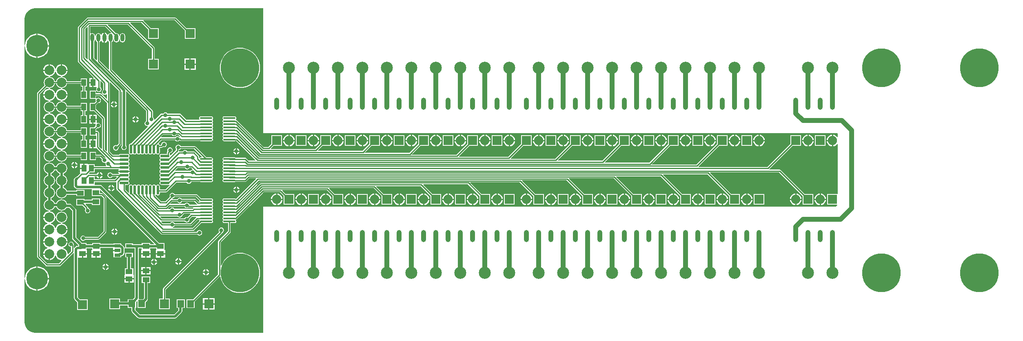
<source format=gbr>
%TF.GenerationSoftware,Altium Limited,Altium Designer,20.0.1 (14)*%
G04 Layer_Physical_Order=1*
G04 Layer_Color=255*
%FSLAX25Y25*%
%MOIN*%
%TF.FileFunction,Copper,L1,Top,Signal*%
%TF.Part,Single*%
G01*
G75*
%TA.AperFunction,SMDPad,CuDef*%
%ADD10O,0.10039X0.01378*%
%ADD11O,0.01968X0.07677*%
%ADD12O,0.07677X0.01968*%
%ADD13R,0.04331X0.05512*%
%ADD14R,0.04000X0.05500*%
%ADD15R,0.05512X0.04331*%
%ADD16R,0.05500X0.04000*%
%ADD17R,0.05512X0.05906*%
%ADD18R,0.05118X0.02756*%
%TA.AperFunction,Conductor*%
%ADD19C,0.03937*%
%ADD20C,0.01000*%
%ADD21C,0.02000*%
%TA.AperFunction,ComponentPad*%
%ADD22R,0.07480X0.07480*%
%ADD23C,0.07480*%
%ADD24O,0.04173X0.09843*%
%ADD25R,0.07480X0.07480*%
%ADD26C,0.09843*%
%ADD27C,0.17717*%
%ADD28C,0.07874*%
%ADD29O,0.03150X0.06299*%
%TA.AperFunction,ViaPad*%
%ADD30C,0.03150*%
%ADD31C,0.31496*%
G36*
X164800Y-51181D02*
X633504D01*
X634000Y-51677D01*
Y-54342D01*
X633500Y-54512D01*
X633105Y-53997D01*
X632115Y-53237D01*
X630962Y-52760D01*
X630224Y-52663D01*
Y-57378D01*
Y-62093D01*
X630962Y-61996D01*
X632115Y-61519D01*
X633105Y-60759D01*
X633500Y-60244D01*
X634000Y-60414D01*
Y-101038D01*
X625384D01*
Y-109718D01*
X633539D01*
X633746Y-110218D01*
X632547Y-111417D01*
X164800D01*
Y-214365D01*
X-21750D01*
X-23599Y-213997D01*
X-25342Y-213275D01*
X-26910Y-212227D01*
X-28243Y-210894D01*
X-29291Y-209326D01*
X-30013Y-207583D01*
X-30381Y-205733D01*
Y-204791D01*
Y-170282D01*
X-29881Y-170257D01*
X-29716Y-171933D01*
X-29152Y-173791D01*
X-28236Y-175504D01*
X-27005Y-177005D01*
X-25504Y-178236D01*
X-23791Y-179152D01*
X-21933Y-179716D01*
X-20500Y-179857D01*
Y-170000D01*
Y-160143D01*
X-21933Y-160284D01*
X-23791Y-160848D01*
X-25504Y-161764D01*
X-27005Y-162995D01*
X-28236Y-164497D01*
X-29152Y-166209D01*
X-29716Y-168067D01*
X-29881Y-169743D01*
X-30381Y-169718D01*
Y19718D01*
X-29881Y19743D01*
X-29716Y18067D01*
X-29152Y16209D01*
X-28236Y14496D01*
X-27005Y12995D01*
X-25504Y11763D01*
X-23791Y10848D01*
X-21933Y10284D01*
X-20500Y10143D01*
Y20000D01*
Y29857D01*
X-21933Y29716D01*
X-23791Y29152D01*
X-25504Y28236D01*
X-27005Y27005D01*
X-28236Y25504D01*
X-29152Y23791D01*
X-29716Y21933D01*
X-29881Y20257D01*
X-30381Y20282D01*
Y41209D01*
Y42152D01*
X-30013Y44002D01*
X-29291Y45744D01*
X-28243Y47313D01*
X-26910Y48646D01*
X-25342Y49694D01*
X-23599Y50415D01*
X-21750Y50783D01*
X164800D01*
Y-51181D01*
D02*
G37*
%LPC*%
G36*
X92709Y43122D02*
X92709Y43122D01*
X21398D01*
X21398Y43122D01*
X20968Y43036D01*
X20605Y42793D01*
X20605Y42793D01*
X13607Y35796D01*
X13364Y35432D01*
X13278Y35002D01*
X13279Y35002D01*
Y7493D01*
X13278Y7493D01*
X13364Y7064D01*
X13607Y6700D01*
X26095Y-5788D01*
X26087Y-5806D01*
Y-10000D01*
Y-13750D01*
X28100D01*
X28525Y-13750D01*
X28804Y-14067D01*
X28829Y-14108D01*
X28853Y-14152D01*
X28687Y-14400D01*
X28451Y-14753D01*
X28283Y-15601D01*
X28348Y-15929D01*
X28250Y-16413D01*
X28036Y-16642D01*
X28020Y-16650D01*
X27864Y-16650D01*
X27864D01*
X27814Y-16650D01*
X22987D01*
Y-23350D01*
X27618D01*
X27747Y-23505D01*
X27932Y-23850D01*
X27783Y-24600D01*
X27927Y-25325D01*
X26601Y-26650D01*
X22987D01*
Y-33350D01*
X26591D01*
X32978Y-39738D01*
Y-64002D01*
X32517Y-64193D01*
X30609Y-62286D01*
Y-51078D01*
X30609Y-51078D01*
X30524Y-50649D01*
X30281Y-50285D01*
X30280Y-50285D01*
X29793Y-49797D01*
X29429Y-49554D01*
X29000Y-49469D01*
X29000Y-49469D01*
X28187D01*
Y-48236D01*
X29238Y-47186D01*
X29900Y-47317D01*
X30749Y-47149D01*
X31468Y-46668D01*
X31949Y-45949D01*
X32117Y-45100D01*
X31949Y-44251D01*
X31468Y-43532D01*
X30749Y-43051D01*
X29900Y-42883D01*
X29087Y-43044D01*
X28974Y-43038D01*
X28587Y-42831D01*
Y-40500D01*
X26087D01*
Y-43750D01*
X27656D01*
X27892Y-44191D01*
X27851Y-44251D01*
X27683Y-45100D01*
X27760Y-45491D01*
X26601Y-46650D01*
X22987D01*
Y-53350D01*
X28187D01*
X28366Y-53776D01*
Y-56250D01*
X26087D01*
Y-60000D01*
Y-63750D01*
X28587D01*
X28587Y-63750D01*
Y-63750D01*
X28587Y-63750D01*
X29033Y-63882D01*
X36004Y-70853D01*
X35757Y-71313D01*
X35100Y-71183D01*
X34740Y-71254D01*
X32693Y-69207D01*
X32329Y-68964D01*
X31900Y-68878D01*
X31900Y-68878D01*
X28187D01*
Y-66650D01*
X22987D01*
Y-73350D01*
X28187D01*
Y-71122D01*
X31435D01*
X33020Y-72707D01*
X32883Y-73400D01*
X33051Y-74249D01*
X33532Y-74968D01*
X34251Y-75449D01*
X35100Y-75617D01*
X35650Y-75508D01*
X36079Y-75917D01*
X35983Y-76400D01*
X36151Y-77249D01*
X36507Y-77782D01*
X36270Y-78282D01*
X27024D01*
Y-76644D01*
X21518D01*
Y-76244D01*
X18853D01*
Y-80000D01*
X18353D01*
Y-80500D01*
X15187D01*
Y-83756D01*
X15187D01*
X15327Y-84256D01*
X12868Y-86715D01*
X12830Y-86708D01*
X12206Y-86832D01*
X11676Y-87185D01*
X10547Y-88315D01*
X10193Y-88844D01*
X10069Y-89469D01*
Y-94300D01*
X10193Y-94924D01*
X10547Y-95454D01*
X11446Y-96354D01*
X11976Y-96707D01*
X12600Y-96831D01*
X24774D01*
X24850Y-97300D01*
X24850D01*
Y-102500D01*
X29592D01*
X29700Y-102522D01*
X29700Y-102522D01*
X32535D01*
X34278Y-104265D01*
Y-131335D01*
X29635Y-135978D01*
X19502D01*
X19204Y-135532D01*
X18485Y-135051D01*
X17636Y-134883D01*
X16788Y-135051D01*
X16068Y-135532D01*
X15587Y-136251D01*
X15419Y-137100D01*
X15587Y-137949D01*
X16068Y-138668D01*
X16788Y-139149D01*
X17636Y-139317D01*
X18485Y-139149D01*
X19204Y-138668D01*
X19502Y-138222D01*
X30100D01*
X30100Y-138222D01*
X30529Y-138136D01*
X30893Y-137893D01*
X36193Y-132593D01*
X36193Y-132593D01*
X36436Y-132229D01*
X36522Y-131800D01*
Y-103800D01*
X36436Y-103371D01*
X36193Y-103007D01*
X36193Y-103007D01*
X33793Y-100607D01*
X33429Y-100364D01*
X33000Y-100278D01*
X33000Y-100278D01*
X31550D01*
Y-98086D01*
X32012Y-97895D01*
X75809Y-141692D01*
X75618Y-142154D01*
X72256D01*
Y-141020D01*
X65544D01*
Y-141941D01*
X58308D01*
Y-141382D01*
X51990D01*
Y-144838D01*
X51990Y-144838D01*
X51990Y-144843D01*
X51990Y-145058D01*
X51490Y-145059D01*
X51450Y-144856D01*
X51366Y-144435D01*
X51013Y-143906D01*
X49691Y-142584D01*
X49162Y-142231D01*
X48859Y-142170D01*
Y-141382D01*
X42541D01*
Y-141728D01*
X31656D01*
Y-141020D01*
X24944D01*
Y-142154D01*
X20448D01*
Y-141020D01*
X16586D01*
X16490Y-140876D01*
X11931Y-136317D01*
Y-114100D01*
X11807Y-113476D01*
X11453Y-112946D01*
X8091Y-109583D01*
X7561Y-109230D01*
X6937Y-109106D01*
X4458D01*
X4420Y-108816D01*
X3963Y-107712D01*
X3236Y-106764D01*
X2288Y-106037D01*
X1184Y-105580D01*
X0Y-105424D01*
X-1184Y-105580D01*
X-2288Y-106037D01*
X-3236Y-106764D01*
X-3963Y-107712D01*
X-4235Y-108369D01*
X-5765D01*
X-6037Y-107712D01*
X-6764Y-106764D01*
X-7712Y-106037D01*
X-8369Y-105765D01*
Y-104235D01*
X-7712Y-103963D01*
X-6764Y-103236D01*
X-6037Y-102288D01*
X-5580Y-101184D01*
X-5424Y-100000D01*
X-5580Y-98816D01*
X-6037Y-97712D01*
X-6764Y-96764D01*
X-7712Y-96037D01*
X-8369Y-95765D01*
Y-94235D01*
X-7712Y-93963D01*
X-6764Y-93236D01*
X-6037Y-92288D01*
X-5580Y-91184D01*
X-5424Y-90000D01*
X-5580Y-88816D01*
X-6037Y-87712D01*
X-6764Y-86764D01*
X-7712Y-86037D01*
X-8369Y-85765D01*
Y-84235D01*
X-7712Y-83963D01*
X-6764Y-83236D01*
X-6037Y-82288D01*
X-5765Y-81631D01*
X-4235D01*
X-3963Y-82288D01*
X-3236Y-83236D01*
X-2288Y-83963D01*
X-1631Y-84235D01*
Y-85765D01*
X-2288Y-86037D01*
X-3236Y-86764D01*
X-3963Y-87712D01*
X-4420Y-88816D01*
X-4576Y-90000D01*
X-4420Y-91184D01*
X-3963Y-92288D01*
X-3236Y-93236D01*
X-2288Y-93963D01*
X-1631Y-94235D01*
Y-95765D01*
X-2288Y-96037D01*
X-3236Y-96764D01*
X-3963Y-97712D01*
X-4420Y-98816D01*
X-4576Y-100000D01*
X-4420Y-101184D01*
X-3963Y-102288D01*
X-3236Y-103236D01*
X-2288Y-103963D01*
X-1184Y-104420D01*
X0Y-104576D01*
X1184Y-104420D01*
X2288Y-103963D01*
X3236Y-103236D01*
X3963Y-102288D01*
X4196Y-101727D01*
X11943D01*
Y-102791D01*
X18643D01*
Y-97591D01*
X11943D01*
Y-98464D01*
X4275D01*
X3963Y-97712D01*
X3236Y-96764D01*
X2288Y-96037D01*
X1631Y-95765D01*
Y-94235D01*
X2288Y-93963D01*
X3236Y-93236D01*
X3963Y-92288D01*
X4420Y-91184D01*
X4576Y-90000D01*
X4420Y-88816D01*
X3963Y-87712D01*
X3236Y-86764D01*
X2288Y-86037D01*
X1631Y-85765D01*
Y-84235D01*
X2288Y-83963D01*
X3236Y-83236D01*
X3963Y-82288D01*
X4420Y-81184D01*
X4576Y-80000D01*
X4420Y-78816D01*
X3963Y-77712D01*
X3236Y-76764D01*
X2288Y-76037D01*
X1184Y-75580D01*
X0Y-75424D01*
X-1184Y-75580D01*
X-2288Y-76037D01*
X-3236Y-76764D01*
X-3963Y-77712D01*
X-4235Y-78369D01*
X-5765D01*
X-6037Y-77712D01*
X-6764Y-76764D01*
X-7712Y-76037D01*
X-8816Y-75580D01*
X-10000Y-75424D01*
X-11184Y-75580D01*
X-12288Y-76037D01*
X-13236Y-76764D01*
X-13963Y-77712D01*
X-14420Y-78816D01*
X-14576Y-80000D01*
X-14420Y-81184D01*
X-13963Y-82288D01*
X-13236Y-83236D01*
X-12288Y-83963D01*
X-11631Y-84235D01*
Y-85765D01*
X-12288Y-86037D01*
X-13236Y-86764D01*
X-13963Y-87712D01*
X-14420Y-88816D01*
X-14576Y-90000D01*
X-14420Y-91184D01*
X-13963Y-92288D01*
X-13236Y-93236D01*
X-12288Y-93963D01*
X-11631Y-94235D01*
Y-95765D01*
X-12288Y-96037D01*
X-13236Y-96764D01*
X-13963Y-97712D01*
X-14420Y-98816D01*
X-14576Y-100000D01*
X-14420Y-101184D01*
X-13963Y-102288D01*
X-13236Y-103236D01*
X-12288Y-103963D01*
X-11631Y-104235D01*
Y-105765D01*
X-12288Y-106037D01*
X-13236Y-106764D01*
X-13963Y-107712D01*
X-14420Y-108816D01*
X-14576Y-110000D01*
X-14420Y-111184D01*
X-13963Y-112288D01*
X-13236Y-113236D01*
X-12288Y-113963D01*
X-11184Y-114420D01*
X-10270Y-114541D01*
X-10228Y-114546D01*
Y-115050D01*
X-10270Y-115056D01*
X-11289Y-115190D01*
X-12490Y-115688D01*
X-13521Y-116479D01*
X-14312Y-117510D01*
X-14810Y-118711D01*
X-14914Y-119500D01*
X-10000D01*
Y-120500D01*
X-14914D01*
X-14810Y-121289D01*
X-14312Y-122490D01*
X-13521Y-123521D01*
X-12490Y-124312D01*
X-11483Y-124729D01*
Y-125271D01*
X-12490Y-125688D01*
X-13521Y-126479D01*
X-14312Y-127510D01*
X-14810Y-128711D01*
X-14914Y-129500D01*
X-10000D01*
Y-130500D01*
X-14914D01*
X-14810Y-131289D01*
X-14312Y-132490D01*
X-13521Y-133521D01*
X-12490Y-134312D01*
X-11483Y-134729D01*
Y-135271D01*
X-12490Y-135687D01*
X-13521Y-136479D01*
X-14312Y-137510D01*
X-14810Y-138711D01*
X-14914Y-139500D01*
X-10000D01*
Y-140500D01*
X-14914D01*
X-14810Y-141289D01*
X-14312Y-142490D01*
X-13521Y-143521D01*
X-12490Y-144313D01*
X-11483Y-144729D01*
Y-145271D01*
X-12490Y-145687D01*
X-13521Y-146479D01*
X-14312Y-147510D01*
X-14810Y-148711D01*
X-14914Y-149500D01*
X-10000D01*
Y-150000D01*
X-9500D01*
Y-154914D01*
X-8711Y-154810D01*
X-7510Y-154313D01*
X-6479Y-153521D01*
X-5688Y-152490D01*
X-5271Y-151483D01*
X-4729D01*
X-4312Y-152490D01*
X-3521Y-153521D01*
X-2490Y-154313D01*
X-1289Y-154810D01*
X-132Y-154962D01*
X108Y-155429D01*
X-2141Y-157678D01*
X-11635D01*
X-17778Y-151535D01*
Y-19365D01*
X-12338Y-13925D01*
X-12288Y-13963D01*
X-11184Y-14420D01*
X-10270Y-14541D01*
X-10228Y-14546D01*
Y-15050D01*
X-10270Y-15056D01*
X-11289Y-15190D01*
X-12490Y-15687D01*
X-13521Y-16479D01*
X-14312Y-17510D01*
X-14810Y-18711D01*
X-14914Y-19500D01*
X-10000D01*
Y-20500D01*
X-14914D01*
X-14810Y-21289D01*
X-14312Y-22490D01*
X-13521Y-23521D01*
X-12490Y-24313D01*
X-11289Y-24810D01*
X-10270Y-24944D01*
X-10228Y-24950D01*
Y-25454D01*
X-10270Y-25459D01*
X-11184Y-25580D01*
X-12288Y-26037D01*
X-13236Y-26764D01*
X-13963Y-27712D01*
X-14420Y-28816D01*
X-14576Y-30000D01*
X-14420Y-31184D01*
X-13963Y-32288D01*
X-13236Y-33236D01*
X-12288Y-33963D01*
X-11184Y-34420D01*
X-10270Y-34541D01*
X-10228Y-34546D01*
Y-35050D01*
X-10270Y-35056D01*
X-11289Y-35190D01*
X-12490Y-35688D01*
X-13521Y-36479D01*
X-14312Y-37510D01*
X-14810Y-38711D01*
X-14914Y-39500D01*
X-10000D01*
Y-40500D01*
X-14914D01*
X-14810Y-41289D01*
X-14312Y-42490D01*
X-13521Y-43521D01*
X-12490Y-44313D01*
X-11289Y-44810D01*
X-10270Y-44944D01*
X-10228Y-44950D01*
Y-45454D01*
X-10270Y-45459D01*
X-11184Y-45580D01*
X-12288Y-46037D01*
X-13236Y-46764D01*
X-13963Y-47712D01*
X-14420Y-48816D01*
X-14576Y-50000D01*
X-14420Y-51184D01*
X-13963Y-52288D01*
X-13236Y-53236D01*
X-12288Y-53963D01*
X-11184Y-54420D01*
X-10270Y-54541D01*
X-10228Y-54546D01*
Y-55050D01*
X-10270Y-55056D01*
X-11289Y-55190D01*
X-12490Y-55687D01*
X-13521Y-56479D01*
X-14312Y-57510D01*
X-14810Y-58711D01*
X-14914Y-59500D01*
X-10000D01*
Y-60500D01*
X-14914D01*
X-14810Y-61289D01*
X-14312Y-62490D01*
X-13521Y-63521D01*
X-12490Y-64312D01*
X-11289Y-64810D01*
X-10270Y-64944D01*
X-10228Y-64950D01*
Y-65454D01*
X-10270Y-65459D01*
X-11184Y-65580D01*
X-12288Y-66037D01*
X-13236Y-66764D01*
X-13963Y-67712D01*
X-14420Y-68816D01*
X-14576Y-70000D01*
X-14420Y-71184D01*
X-13963Y-72288D01*
X-13236Y-73236D01*
X-12288Y-73963D01*
X-11184Y-74420D01*
X-10000Y-74576D01*
X-8816Y-74420D01*
X-7712Y-73963D01*
X-6764Y-73236D01*
X-6037Y-72288D01*
X-5580Y-71184D01*
X-5571Y-71122D01*
X-4428D01*
X-4420Y-71184D01*
X-3963Y-72288D01*
X-3236Y-73236D01*
X-2288Y-73963D01*
X-1184Y-74420D01*
X0Y-74576D01*
X1184Y-74420D01*
X2288Y-73963D01*
X3236Y-73236D01*
X3963Y-72288D01*
X4420Y-71184D01*
X4428Y-71122D01*
X15587D01*
Y-73350D01*
X20787D01*
Y-66650D01*
X15587D01*
Y-68878D01*
X4428D01*
X4420Y-68816D01*
X3963Y-67712D01*
X3236Y-66764D01*
X2288Y-66037D01*
X1184Y-65580D01*
X270Y-65459D01*
X228Y-65454D01*
Y-64950D01*
X270Y-64944D01*
X1289Y-64810D01*
X2490Y-64312D01*
X3521Y-63521D01*
X4312Y-62490D01*
X4810Y-61289D01*
X4914Y-60500D01*
X0D01*
Y-59500D01*
X4914D01*
X4810Y-58711D01*
X4312Y-57510D01*
X3521Y-56479D01*
X2490Y-55687D01*
X1289Y-55190D01*
X270Y-55056D01*
X228Y-55050D01*
Y-54546D01*
X270Y-54541D01*
X1184Y-54420D01*
X2288Y-53963D01*
X3236Y-53236D01*
X3963Y-52288D01*
X4420Y-51184D01*
X4428Y-51122D01*
X15587D01*
Y-53350D01*
X17066D01*
Y-56650D01*
X15587D01*
Y-63350D01*
X20787D01*
Y-56650D01*
X19309D01*
Y-53350D01*
X20787D01*
Y-46650D01*
X15587D01*
Y-48878D01*
X4428D01*
X4420Y-48816D01*
X3963Y-47712D01*
X3236Y-46764D01*
X2288Y-46037D01*
X1184Y-45580D01*
X270Y-45459D01*
X228Y-45454D01*
Y-44950D01*
X270Y-44944D01*
X1289Y-44810D01*
X2490Y-44313D01*
X3521Y-43521D01*
X4312Y-42490D01*
X4810Y-41289D01*
X4914Y-40500D01*
X0D01*
Y-39500D01*
X4914D01*
X4810Y-38711D01*
X4312Y-37510D01*
X3521Y-36479D01*
X2490Y-35688D01*
X1289Y-35190D01*
X270Y-35056D01*
X228Y-35050D01*
Y-34546D01*
X270Y-34541D01*
X1184Y-34420D01*
X2288Y-33963D01*
X3236Y-33236D01*
X3963Y-32288D01*
X4420Y-31184D01*
X4428Y-31122D01*
X15587D01*
Y-33350D01*
X17066D01*
Y-36650D01*
X15587D01*
Y-43350D01*
X20787D01*
Y-36650D01*
X19309D01*
Y-33350D01*
X20787D01*
Y-26650D01*
X15587D01*
Y-28878D01*
X4428D01*
X4420Y-28816D01*
X3963Y-27712D01*
X3236Y-26764D01*
X2288Y-26037D01*
X1184Y-25580D01*
X270Y-25459D01*
X228Y-25454D01*
Y-24950D01*
X270Y-24944D01*
X1289Y-24810D01*
X2490Y-24313D01*
X3521Y-23521D01*
X4312Y-22490D01*
X4810Y-21289D01*
X4914Y-20500D01*
X0D01*
Y-19500D01*
X4914D01*
X4810Y-18711D01*
X4312Y-17510D01*
X3521Y-16479D01*
X2490Y-15687D01*
X1289Y-15190D01*
X270Y-15056D01*
X228Y-15050D01*
Y-14546D01*
X270Y-14541D01*
X1184Y-14420D01*
X2288Y-13963D01*
X3236Y-13236D01*
X3963Y-12288D01*
X4420Y-11184D01*
X4428Y-11122D01*
X15587D01*
Y-13350D01*
X17066D01*
Y-16650D01*
X15587D01*
Y-23350D01*
X20787D01*
Y-16650D01*
X19309D01*
Y-13350D01*
X20787D01*
Y-6650D01*
X15587D01*
Y-8878D01*
X4428D01*
X4420Y-8816D01*
X3963Y-7712D01*
X3236Y-6764D01*
X2288Y-6037D01*
X1184Y-5580D01*
X270Y-5459D01*
X228Y-5454D01*
Y-4950D01*
X270Y-4944D01*
X1289Y-4810D01*
X2490Y-4312D01*
X3521Y-3521D01*
X4312Y-2490D01*
X4810Y-1289D01*
X4914Y-500D01*
X0D01*
Y0D01*
X-500D01*
Y4914D01*
X-1289Y4810D01*
X-2490Y4312D01*
X-3521Y3521D01*
X-4312Y2490D01*
X-4729Y1483D01*
X-5271D01*
X-5688Y2490D01*
X-6479Y3521D01*
X-7510Y4312D01*
X-8711Y4810D01*
X-9500Y4914D01*
Y0D01*
X-10000D01*
Y-500D01*
X-14914D01*
X-14810Y-1289D01*
X-14312Y-2490D01*
X-13521Y-3521D01*
X-12490Y-4312D01*
X-11289Y-4810D01*
X-10270Y-4944D01*
X-10228Y-4950D01*
Y-5454D01*
X-10270Y-5459D01*
X-11184Y-5580D01*
X-12288Y-6037D01*
X-13236Y-6764D01*
X-13963Y-7712D01*
X-14420Y-8816D01*
X-14576Y-10000D01*
X-14420Y-11184D01*
X-13963Y-12288D01*
X-13925Y-12338D01*
X-19693Y-18107D01*
X-19936Y-18471D01*
X-20022Y-18900D01*
X-20021Y-18900D01*
Y-152000D01*
X-20022Y-152000D01*
X-19936Y-152429D01*
X-19693Y-152793D01*
X-12893Y-159593D01*
X-12893Y-159593D01*
X-12529Y-159836D01*
X-12100Y-159922D01*
X-1677D01*
X-1677Y-159922D01*
X-1247Y-159836D01*
X-883Y-159593D01*
X9669Y-149041D01*
X10159Y-149214D01*
X10169Y-149221D01*
Y-186091D01*
X10293Y-186715D01*
X10646Y-187244D01*
X12747Y-189345D01*
Y-195718D01*
X21428D01*
Y-187038D01*
X15054D01*
X13431Y-185415D01*
Y-152856D01*
X16592D01*
Y-149691D01*
X17092D01*
Y-149191D01*
X20848D01*
Y-146525D01*
X20448D01*
Y-145416D01*
X24944D01*
Y-146525D01*
X24544D01*
Y-149191D01*
X28300D01*
X32056D01*
Y-146525D01*
X31656D01*
Y-144991D01*
X42141D01*
Y-146600D01*
X45700D01*
Y-147600D01*
X42141D01*
Y-149478D01*
X42541D01*
Y-152818D01*
X48859D01*
Y-151709D01*
X48922D01*
X49546Y-151585D01*
X50075Y-151232D01*
X51013Y-150294D01*
X51366Y-149765D01*
X51450Y-149344D01*
X51490Y-149141D01*
X51971Y-149142D01*
X51990Y-149344D01*
X51990Y-149362D01*
Y-152818D01*
X53543D01*
Y-161535D01*
X51844D01*
Y-167040D01*
X51444D01*
Y-169705D01*
X55200D01*
X58956D01*
Y-167040D01*
X58556D01*
Y-161535D01*
X56806D01*
Y-152818D01*
X58308D01*
Y-148862D01*
X51990Y-148862D01*
X51990Y-148862D01*
X51490Y-148861D01*
X51490Y-148641D01*
Y-145559D01*
X51490Y-145339D01*
X51990Y-145338D01*
X51990Y-145338D01*
X52374Y-145338D01*
X58308D01*
Y-145204D01*
X59869D01*
Y-185324D01*
X58267Y-186925D01*
X54194D01*
Y-188847D01*
X47728D01*
Y-186438D01*
X39047D01*
Y-195118D01*
X47728D01*
Y-192109D01*
X54194D01*
Y-194031D01*
X57199D01*
Y-196431D01*
X57323Y-197055D01*
X57677Y-197584D01*
X62147Y-202053D01*
X62676Y-202407D01*
X63300Y-202531D01*
X92628D01*
X93253Y-202407D01*
X93782Y-202053D01*
X98151Y-197684D01*
X98505Y-197155D01*
X98629Y-196531D01*
Y-194131D01*
X100806D01*
Y-187025D01*
X94095D01*
Y-194131D01*
X95366D01*
Y-195855D01*
X91953Y-199269D01*
X63976D01*
X60462Y-195755D01*
Y-194031D01*
X60906D01*
Y-188900D01*
X61607Y-188200D01*
X62068Y-188391D01*
Y-194031D01*
X68780D01*
Y-189232D01*
X70053Y-187959D01*
X70407Y-187430D01*
X70531Y-186805D01*
Y-173500D01*
X72250D01*
Y-168300D01*
X65550D01*
Y-173500D01*
X67269D01*
Y-186130D01*
X66473Y-186925D01*
X63361D01*
X63047Y-186425D01*
X63131Y-186000D01*
Y-145204D01*
X65544D01*
Y-146525D01*
X65144D01*
Y-149191D01*
X68900D01*
X72656D01*
Y-146525D01*
X72256D01*
Y-145416D01*
X77444D01*
Y-146525D01*
X77044D01*
Y-149191D01*
X80800D01*
X84556D01*
Y-146525D01*
X84156D01*
Y-141020D01*
X79751D01*
X32778Y-94046D01*
X32249Y-93693D01*
X31624Y-93569D01*
X27435D01*
X27024Y-93356D01*
Y-91188D01*
X43847D01*
X43847Y-91188D01*
X44276Y-91102D01*
X44400Y-91020D01*
X44885Y-91297D01*
Y-96806D01*
X44885Y-96806D01*
X44970Y-97236D01*
X45213Y-97599D01*
X81407Y-133793D01*
X81407Y-133793D01*
X81771Y-134036D01*
X82200Y-134122D01*
X82200Y-134122D01*
X110934D01*
X111032Y-134268D01*
X111751Y-134749D01*
X112600Y-134917D01*
X113449Y-134749D01*
X114168Y-134268D01*
X114649Y-133549D01*
X114817Y-132700D01*
X114649Y-131851D01*
X114168Y-131132D01*
X113449Y-130651D01*
X112600Y-130483D01*
X111751Y-130651D01*
X111032Y-131132D01*
X110551Y-131851D01*
X110546Y-131878D01*
X82665D01*
X81807Y-131021D01*
X82126Y-130632D01*
X82431Y-130836D01*
X82860Y-130922D01*
X82860Y-130922D01*
X107489D01*
X107489Y-130922D01*
X107919Y-130836D01*
X108282Y-130593D01*
X114079Y-124796D01*
X122370D01*
X122873Y-124697D01*
X123299Y-124412D01*
X123584Y-123985D01*
X123684Y-123482D01*
X123584Y-122979D01*
X123299Y-122553D01*
X123269Y-122533D01*
Y-121932D01*
X123299Y-121912D01*
X123584Y-121485D01*
X123684Y-120982D01*
X123584Y-120479D01*
X123299Y-120053D01*
X123269Y-120033D01*
Y-119432D01*
X123299Y-119412D01*
X123584Y-118985D01*
X123684Y-118482D01*
X123584Y-117979D01*
X123299Y-117553D01*
X123269Y-117533D01*
Y-116932D01*
X123299Y-116912D01*
X123584Y-116485D01*
X123684Y-115982D01*
X123584Y-115479D01*
X123299Y-115053D01*
X123269Y-115033D01*
Y-114432D01*
X123299Y-114412D01*
X123584Y-113985D01*
X123684Y-113482D01*
X123584Y-112979D01*
X123299Y-112553D01*
X123269Y-112533D01*
Y-111932D01*
X123299Y-111912D01*
X123584Y-111485D01*
X123684Y-110982D01*
X123584Y-110479D01*
X123299Y-110053D01*
X123269Y-110033D01*
Y-109432D01*
X123299Y-109412D01*
X123584Y-108985D01*
X123684Y-108482D01*
X123584Y-107979D01*
X123299Y-107553D01*
X123269Y-107533D01*
Y-106932D01*
X123299Y-106912D01*
X123584Y-106485D01*
X123684Y-105982D01*
X123584Y-105479D01*
X123299Y-105053D01*
X122873Y-104768D01*
X122370Y-104668D01*
X114079D01*
X110980Y-101569D01*
X110616Y-101326D01*
X110187Y-101241D01*
X110187Y-101241D01*
X92417D01*
X92119Y-100794D01*
X91400Y-100314D01*
X90551Y-100145D01*
X89703Y-100314D01*
X88983Y-100794D01*
X88503Y-101514D01*
X88334Y-102362D01*
X88503Y-103211D01*
X88503Y-103211D01*
X84835Y-106878D01*
X81271D01*
X76673Y-102281D01*
Y-101720D01*
X76693Y-101707D01*
X76825Y-101509D01*
X77427D01*
X77559Y-101707D01*
X78083Y-102057D01*
X78701Y-102180D01*
X79319Y-102057D01*
X79843Y-101707D01*
X80193Y-101183D01*
X80316Y-100565D01*
Y-99499D01*
X85322D01*
X85322Y-99499D01*
X85751Y-99414D01*
X86115Y-99171D01*
X93696Y-91590D01*
X102122D01*
X102420Y-92036D01*
X103140Y-92517D01*
X103988Y-92686D01*
X104837Y-92517D01*
X105556Y-92036D01*
X106037Y-91317D01*
X106090Y-91049D01*
X113068D01*
X113207Y-91141D01*
X113709Y-91241D01*
X122371D01*
X122874Y-91141D01*
X123300Y-90856D01*
X123585Y-90430D01*
X123685Y-89927D01*
X123585Y-89424D01*
X123300Y-88998D01*
X123270Y-88978D01*
Y-88376D01*
X123300Y-88357D01*
X123585Y-87930D01*
X123685Y-87427D01*
X123585Y-86924D01*
X123300Y-86498D01*
X123270Y-86478D01*
Y-85877D01*
X123300Y-85856D01*
X123585Y-85430D01*
X123685Y-84927D01*
X123585Y-84424D01*
X123300Y-83998D01*
X123270Y-83978D01*
Y-83376D01*
X123300Y-83356D01*
X123585Y-82930D01*
X123685Y-82427D01*
X123585Y-81924D01*
X123300Y-81498D01*
X123270Y-81478D01*
Y-80876D01*
X123300Y-80857D01*
X123585Y-80430D01*
X123685Y-79927D01*
X123585Y-79424D01*
X123300Y-78998D01*
X123270Y-78978D01*
Y-78377D01*
X123300Y-78356D01*
X123585Y-77930D01*
X123685Y-77427D01*
X123585Y-76924D01*
X123300Y-76498D01*
X123270Y-76478D01*
Y-75876D01*
X123300Y-75857D01*
X123585Y-75430D01*
X123685Y-74927D01*
X123585Y-74424D01*
X123300Y-73998D01*
X123270Y-73978D01*
Y-73377D01*
X123300Y-73356D01*
X123585Y-72930D01*
X123685Y-72427D01*
X123585Y-71924D01*
X123300Y-71498D01*
X122874Y-71213D01*
X122371Y-71113D01*
X118312D01*
X109406Y-62207D01*
X109042Y-61964D01*
X108613Y-61878D01*
X108613Y-61878D01*
X97269D01*
X96970Y-61432D01*
X96251Y-60951D01*
X95402Y-60783D01*
X94554Y-60951D01*
X93834Y-61432D01*
X93354Y-62151D01*
X93185Y-63000D01*
X93354Y-63849D01*
X93515Y-64091D01*
Y-65146D01*
X89243Y-69418D01*
X88701Y-69253D01*
X88406Y-68812D01*
X88230Y-68695D01*
Y-67745D01*
X88597Y-67417D01*
X88600Y-67417D01*
X89449Y-67249D01*
X90168Y-66768D01*
X90649Y-66049D01*
X90817Y-65200D01*
X90649Y-64351D01*
X90168Y-63632D01*
X89449Y-63151D01*
X88600Y-62983D01*
X87751Y-63151D01*
X87032Y-63632D01*
X86551Y-64351D01*
X86383Y-65200D01*
X86551Y-66049D01*
X86630Y-66166D01*
X86315Y-66480D01*
X86072Y-66844D01*
X85987Y-67273D01*
X85987Y-67273D01*
Y-68339D01*
X81555D01*
X80937Y-68462D01*
X80413Y-68812D01*
X80063Y-69336D01*
X79940Y-69954D01*
X80063Y-70573D01*
X80413Y-71096D01*
X80610Y-71228D01*
Y-71830D01*
X80413Y-71962D01*
X80063Y-72486D01*
X79940Y-73104D01*
X80063Y-73722D01*
X80413Y-74246D01*
X80610Y-74378D01*
Y-74979D01*
X80413Y-75111D01*
X80063Y-75635D01*
X79940Y-76253D01*
X80063Y-76872D01*
X80413Y-77396D01*
X80610Y-77528D01*
Y-78129D01*
X80413Y-78261D01*
X80063Y-78785D01*
X79940Y-79403D01*
X80063Y-80021D01*
X80413Y-80545D01*
X80610Y-80677D01*
Y-81279D01*
X80413Y-81411D01*
X80063Y-81935D01*
X79940Y-82553D01*
X80063Y-83171D01*
X80413Y-83695D01*
X80610Y-83827D01*
Y-84428D01*
X80413Y-84560D01*
X80063Y-85084D01*
X79940Y-85702D01*
X80063Y-86321D01*
X80413Y-86844D01*
X80610Y-86976D01*
Y-87578D01*
X80413Y-87710D01*
X80063Y-88234D01*
X79940Y-88852D01*
X80063Y-89470D01*
X80413Y-89994D01*
X80610Y-90126D01*
Y-90727D01*
X80413Y-90859D01*
X80063Y-91383D01*
X79940Y-92002D01*
X80063Y-92620D01*
X80413Y-93144D01*
X80937Y-93494D01*
X81555Y-93617D01*
X87264D01*
X87882Y-93494D01*
X87975Y-93432D01*
X88294Y-93820D01*
X84857Y-97256D01*
X80316D01*
Y-94856D01*
X80193Y-94238D01*
X79843Y-93714D01*
X79319Y-93364D01*
X78701Y-93241D01*
X78083Y-93364D01*
X77559Y-93714D01*
X77427Y-93911D01*
X76825D01*
X76693Y-93714D01*
X76169Y-93364D01*
X75551Y-93241D01*
X74933Y-93364D01*
X74409Y-93714D01*
X74277Y-93911D01*
X73676D01*
X73544Y-93714D01*
X73020Y-93364D01*
X72402Y-93241D01*
X71783Y-93364D01*
X71259Y-93714D01*
X71127Y-93911D01*
X70526D01*
X70394Y-93714D01*
X69870Y-93364D01*
X69252Y-93241D01*
X68634Y-93364D01*
X68110Y-93714D01*
X67978Y-93911D01*
X67377D01*
X67244Y-93714D01*
X66720Y-93364D01*
X66102Y-93241D01*
X65484Y-93364D01*
X64960Y-93714D01*
X64828Y-93911D01*
X64227D01*
X64095Y-93714D01*
X63571Y-93364D01*
X62953Y-93241D01*
X62335Y-93364D01*
X61811Y-93714D01*
X61679Y-93911D01*
X61077D01*
X60945Y-93714D01*
X60421Y-93364D01*
X59803Y-93241D01*
X59185Y-93364D01*
X58661Y-93714D01*
X58529Y-93911D01*
X57928D01*
X57796Y-93714D01*
X57272Y-93364D01*
X56653Y-93241D01*
X56035Y-93364D01*
X55511Y-93714D01*
X55161Y-94238D01*
X55038Y-94856D01*
Y-99739D01*
X54576Y-99930D01*
X52066Y-97421D01*
Y-93617D01*
X53799D01*
X54417Y-93494D01*
X54941Y-93144D01*
X55291Y-92620D01*
X55414Y-92002D01*
X55291Y-91383D01*
X54941Y-90859D01*
X54744Y-90727D01*
Y-90126D01*
X54941Y-89994D01*
X55291Y-89470D01*
X55414Y-88852D01*
X55291Y-88234D01*
X54941Y-87710D01*
X54744Y-87578D01*
Y-86976D01*
X54941Y-86844D01*
X55291Y-86321D01*
X55414Y-85702D01*
X55291Y-85084D01*
X54941Y-84560D01*
Y-84176D01*
X55230Y-83983D01*
X55668Y-83327D01*
X55723Y-83053D01*
X50945D01*
X46167D01*
X46221Y-83327D01*
X46660Y-83983D01*
X46802Y-84078D01*
X46651Y-84578D01*
X41528D01*
X41229Y-84132D01*
X40510Y-83651D01*
X39661Y-83483D01*
X38813Y-83651D01*
X38093Y-84132D01*
X37613Y-84851D01*
X37444Y-85700D01*
X37613Y-86549D01*
X38093Y-87268D01*
X38813Y-87749D01*
X39661Y-87917D01*
X40510Y-87749D01*
X41229Y-87268D01*
X41528Y-86822D01*
X44852D01*
X45044Y-87283D01*
X43382Y-88945D01*
X27024D01*
Y-86822D01*
X28678D01*
X28751Y-86998D01*
X29164Y-87536D01*
X29702Y-87949D01*
X30328Y-88209D01*
X30500Y-88231D01*
Y-85700D01*
Y-83169D01*
X30328Y-83192D01*
X29702Y-83451D01*
X29164Y-83864D01*
X28751Y-84402D01*
X28678Y-84578D01*
X22564D01*
X22356Y-84078D01*
X23079Y-83356D01*
X27024D01*
Y-80525D01*
X46654D01*
X46806Y-81025D01*
X46660Y-81122D01*
X46221Y-81779D01*
X46167Y-82053D01*
X50945D01*
X55723D01*
X55668Y-81779D01*
X55230Y-81122D01*
X54941Y-80929D01*
Y-80545D01*
X55291Y-80021D01*
X55414Y-79403D01*
X55291Y-78785D01*
X54941Y-78261D01*
X54744Y-78129D01*
Y-77528D01*
X54941Y-77396D01*
X55291Y-76872D01*
X55414Y-76253D01*
X55291Y-75635D01*
X54941Y-75111D01*
X54744Y-74979D01*
Y-74378D01*
X54941Y-74246D01*
X55291Y-73722D01*
X55414Y-73104D01*
X55291Y-72486D01*
X54941Y-71962D01*
X54744Y-71830D01*
Y-71228D01*
X54941Y-71096D01*
X55291Y-70573D01*
X55414Y-69954D01*
X55291Y-69336D01*
X54941Y-68812D01*
X54417Y-68462D01*
X53799Y-68339D01*
X48091D01*
X47472Y-68462D01*
X46948Y-68812D01*
X46935Y-68833D01*
X41819D01*
X39422Y-66435D01*
Y-26391D01*
X39422Y-26391D01*
X39422Y-26390D01*
Y-10115D01*
X39697Y-9942D01*
X39911Y-9897D01*
X46578Y-16565D01*
Y-59835D01*
X45177Y-61237D01*
X44400Y-61083D01*
X43551Y-61251D01*
X42832Y-61732D01*
X42351Y-62451D01*
X42183Y-63300D01*
X42351Y-64149D01*
X42832Y-64868D01*
X43551Y-65349D01*
X44400Y-65517D01*
X45249Y-65349D01*
X45968Y-64868D01*
X46449Y-64149D01*
X46617Y-63300D01*
X46562Y-63024D01*
X48493Y-61093D01*
X48736Y-60729D01*
X48822Y-60300D01*
X48822Y-60300D01*
Y-17732D01*
X49322Y-17465D01*
X49369Y-17496D01*
Y-61427D01*
X48951Y-62051D01*
X48783Y-62900D01*
X48951Y-63749D01*
X49432Y-64468D01*
X50151Y-64949D01*
X51000Y-65117D01*
X51849Y-64949D01*
X52568Y-64468D01*
X53049Y-63749D01*
X53217Y-62900D01*
X53049Y-62051D01*
X52631Y-61427D01*
Y-17301D01*
X53093Y-17110D01*
X68978Y-32995D01*
Y-41534D01*
X68532Y-41832D01*
X68051Y-42551D01*
X67883Y-43400D01*
X68051Y-44249D01*
X68532Y-44968D01*
X69251Y-45449D01*
X70100Y-45617D01*
X70293Y-45579D01*
X70539Y-46040D01*
X56778Y-59801D01*
X56653Y-59776D01*
X56035Y-59899D01*
X55511Y-60249D01*
X55161Y-60773D01*
X55038Y-61391D01*
Y-67100D01*
X55161Y-67718D01*
X55511Y-68242D01*
X56035Y-68592D01*
X56653Y-68715D01*
X57272Y-68592D01*
X57796Y-68242D01*
X57928Y-68045D01*
X58529D01*
X58661Y-68242D01*
X59185Y-68592D01*
X59803Y-68715D01*
X60421Y-68592D01*
X60945Y-68242D01*
X61077Y-68045D01*
X61679D01*
X61811Y-68242D01*
X62335Y-68592D01*
X62953Y-68715D01*
X63571Y-68592D01*
X64095Y-68242D01*
X64227Y-68045D01*
X64828D01*
X64960Y-68242D01*
X65484Y-68592D01*
X66102Y-68715D01*
X66720Y-68592D01*
X67244Y-68242D01*
X67377Y-68045D01*
X67978D01*
X68110Y-68242D01*
X68634Y-68592D01*
X69252Y-68715D01*
X69870Y-68592D01*
X70394Y-68242D01*
X70526Y-68045D01*
X71127D01*
X71259Y-68242D01*
X71783Y-68592D01*
X72402Y-68715D01*
X73020Y-68592D01*
X73544Y-68242D01*
X73676Y-68045D01*
X74277D01*
X74409Y-68242D01*
X74933Y-68592D01*
X75551Y-68715D01*
X76169Y-68592D01*
X76693Y-68242D01*
X76825Y-68045D01*
X77427D01*
X77559Y-68242D01*
X78083Y-68592D01*
X78701Y-68715D01*
X79319Y-68592D01*
X79843Y-68242D01*
X80193Y-67718D01*
X80316Y-67100D01*
Y-63210D01*
X81630D01*
X81630Y-63210D01*
X82059Y-63124D01*
X82423Y-62881D01*
X82734Y-62570D01*
X82851Y-62649D01*
X83700Y-62817D01*
X84549Y-62649D01*
X85268Y-62168D01*
X85749Y-61449D01*
X85917Y-60600D01*
X85749Y-59751D01*
X85268Y-59032D01*
X84549Y-58551D01*
X83700Y-58383D01*
X82851Y-58551D01*
X82132Y-59032D01*
X81651Y-59751D01*
X81483Y-60600D01*
X81153Y-60967D01*
X80232D01*
X80193Y-60773D01*
X79843Y-60249D01*
X79402Y-59954D01*
X79237Y-59412D01*
X81628Y-57022D01*
X92794D01*
X93092Y-57468D01*
X93812Y-57949D01*
X94660Y-58117D01*
X95509Y-57949D01*
X96228Y-57468D01*
X96264Y-57414D01*
X96717Y-57321D01*
X97080Y-57564D01*
X97510Y-57649D01*
X97510Y-57649D01*
X113068D01*
X113207Y-57742D01*
X113709Y-57842D01*
X122371D01*
X122874Y-57742D01*
X123300Y-57457D01*
X123585Y-57031D01*
X123685Y-56528D01*
X123585Y-56025D01*
X123300Y-55599D01*
X123270Y-55579D01*
Y-54977D01*
X123300Y-54957D01*
X123585Y-54531D01*
X123685Y-54028D01*
X123585Y-53525D01*
X123300Y-53099D01*
X123270Y-53079D01*
Y-52477D01*
X123300Y-52457D01*
X123585Y-52031D01*
X123685Y-51528D01*
X123585Y-51025D01*
X123300Y-50599D01*
X123270Y-50579D01*
Y-49977D01*
X123300Y-49957D01*
X123585Y-49531D01*
X123685Y-49028D01*
X123585Y-48525D01*
X123300Y-48099D01*
X123270Y-48079D01*
Y-47477D01*
X123300Y-47457D01*
X123585Y-47031D01*
X123685Y-46528D01*
X123585Y-46025D01*
X123300Y-45599D01*
X123270Y-45579D01*
Y-44977D01*
X123300Y-44957D01*
X123585Y-44531D01*
X123685Y-44028D01*
X123585Y-43525D01*
X123300Y-43099D01*
X123270Y-43079D01*
Y-42477D01*
X123300Y-42457D01*
X123585Y-42031D01*
X123685Y-41528D01*
X123585Y-41025D01*
X123300Y-40599D01*
X123270Y-40579D01*
Y-39977D01*
X123300Y-39957D01*
X123585Y-39531D01*
X123685Y-39028D01*
X123585Y-38525D01*
X123300Y-38099D01*
X122874Y-37814D01*
X122371Y-37714D01*
X113709D01*
X113207Y-37814D01*
X112780Y-38099D01*
X112495Y-38525D01*
X112395Y-39028D01*
X112495Y-39531D01*
X112746Y-39906D01*
X112688Y-40139D01*
X112552Y-40406D01*
X101968D01*
X97268Y-35707D01*
X96904Y-35464D01*
X96475Y-35378D01*
X96475Y-35378D01*
X86666D01*
X86368Y-34932D01*
X85649Y-34451D01*
X84800Y-34283D01*
X83951Y-34451D01*
X83232Y-34932D01*
X82934Y-35378D01*
X81665D01*
X81665Y-35378D01*
X81236Y-35464D01*
X80872Y-35707D01*
X80872Y-35707D01*
X76165Y-40415D01*
X75704Y-40168D01*
X75717Y-40100D01*
X75549Y-39251D01*
X75068Y-38532D01*
X74622Y-38234D01*
Y-33500D01*
X74536Y-33071D01*
X74293Y-32707D01*
X74293Y-32707D01*
X41052Y535D01*
Y23081D01*
X41498Y23379D01*
X41978Y24099D01*
X42147Y24947D01*
X42634D01*
X42803Y24099D01*
X43283Y23379D01*
X44003Y22899D01*
X44851Y22730D01*
X45700Y22899D01*
X46419Y23379D01*
X46900Y24099D01*
X47069Y24947D01*
X47555D01*
X47724Y24099D01*
X48204Y23379D01*
X48924Y22899D01*
X49772Y22730D01*
X50621Y22899D01*
X51340Y23379D01*
X51821Y24099D01*
X51990Y24947D01*
Y28097D01*
X51821Y28945D01*
X51340Y29665D01*
X50621Y30145D01*
X49772Y30314D01*
X48924Y30145D01*
X48204Y29665D01*
X47724Y28945D01*
X47555Y28097D01*
X47069D01*
X46900Y28945D01*
X46419Y29665D01*
X45700Y30145D01*
X44851Y30314D01*
X44325Y30209D01*
X37618Y36917D01*
X37809Y37378D01*
X54035D01*
X73878Y17535D01*
Y9340D01*
X70660D01*
Y660D01*
X79340D01*
Y9340D01*
X76122D01*
Y18000D01*
X76122Y18000D01*
X76036Y18429D01*
X75793Y18793D01*
X75793Y18793D01*
X56070Y38517D01*
X56261Y38978D01*
X65145D01*
X70660Y33463D01*
Y25660D01*
X79340D01*
Y34340D01*
X72955D01*
X66879Y40416D01*
X67070Y40878D01*
X92245D01*
X100660Y32463D01*
Y25660D01*
X109340D01*
Y34340D01*
X101955D01*
X93502Y42793D01*
X93139Y43036D01*
X92709Y43122D01*
D02*
G37*
G36*
X-19500Y29857D02*
Y20500D01*
X-10143D01*
X-10284Y21933D01*
X-10848Y23791D01*
X-11763Y25504D01*
X-12995Y27005D01*
X-14496Y28236D01*
X-16209Y29152D01*
X-18067Y29716D01*
X-19500Y29857D01*
D02*
G37*
G36*
X-10143Y19500D02*
X-19500D01*
Y10143D01*
X-18067Y10284D01*
X-16209Y10848D01*
X-14496Y11763D01*
X-12995Y12995D01*
X-11763Y14496D01*
X-10848Y16209D01*
X-10284Y18067D01*
X-10143Y19500D01*
D02*
G37*
G36*
X109740Y9740D02*
X105500D01*
Y5500D01*
X109740D01*
Y9740D01*
D02*
G37*
G36*
X104500D02*
X100260D01*
Y5500D01*
X104500D01*
Y9740D01*
D02*
G37*
G36*
X500Y4914D02*
Y500D01*
X4914D01*
X4810Y1289D01*
X4312Y2490D01*
X3521Y3521D01*
X2490Y4312D01*
X1289Y4810D01*
X500Y4914D01*
D02*
G37*
G36*
X-10500D02*
X-11289Y4810D01*
X-12490Y4312D01*
X-13521Y3521D01*
X-14312Y2490D01*
X-14810Y1289D01*
X-14914Y500D01*
X-10500D01*
Y4914D01*
D02*
G37*
G36*
X109740Y4500D02*
X105500D01*
Y260D01*
X109740D01*
Y4500D01*
D02*
G37*
G36*
X104500D02*
X100260D01*
Y260D01*
X104500D01*
Y4500D01*
D02*
G37*
G36*
X25087Y-6250D02*
X22587D01*
Y-9500D01*
X25087D01*
Y-6250D01*
D02*
G37*
G36*
Y-10500D02*
X22587D01*
Y-13750D01*
X25087D01*
Y-10500D01*
D02*
G37*
G36*
X145787Y18328D02*
X143649Y18188D01*
X141547Y17770D01*
X139518Y17081D01*
X137596Y16133D01*
X135814Y14942D01*
X134203Y13530D01*
X132790Y11918D01*
X131599Y10136D01*
X130651Y8214D01*
X129963Y6185D01*
X129544Y4083D01*
X129404Y1945D01*
X129544Y-193D01*
X129963Y-2295D01*
X130651Y-4325D01*
X131599Y-6247D01*
X132790Y-8028D01*
X134203Y-9640D01*
X135814Y-11053D01*
X137596Y-12243D01*
X139518Y-13191D01*
X141547Y-13880D01*
X143649Y-14298D01*
X145787Y-14438D01*
X147926Y-14298D01*
X150028Y-13880D01*
X152057Y-13191D01*
X153979Y-12243D01*
X155761Y-11053D01*
X157372Y-9640D01*
X158785Y-8028D01*
X159976Y-6247D01*
X160923Y-4325D01*
X161612Y-2295D01*
X162030Y-193D01*
X162171Y1945D01*
X162030Y4083D01*
X161612Y6185D01*
X160923Y8214D01*
X159976Y10136D01*
X158785Y11918D01*
X157372Y13530D01*
X155761Y14942D01*
X153979Y16133D01*
X152057Y17081D01*
X150028Y17770D01*
X147926Y18188D01*
X145787Y18328D01*
D02*
G37*
G36*
X43300Y-25369D02*
Y-27400D01*
X45331D01*
X45309Y-27228D01*
X45049Y-26601D01*
X44636Y-26064D01*
X44098Y-25651D01*
X43472Y-25392D01*
X43300Y-25369D01*
D02*
G37*
G36*
X42300D02*
X42128Y-25392D01*
X41502Y-25651D01*
X40964Y-26064D01*
X40551Y-26601D01*
X40292Y-27228D01*
X40269Y-27400D01*
X42300D01*
Y-25369D01*
D02*
G37*
G36*
X45331Y-28400D02*
X43300D01*
Y-30431D01*
X43472Y-30408D01*
X44098Y-30149D01*
X44636Y-29736D01*
X45049Y-29199D01*
X45309Y-28572D01*
X45331Y-28400D01*
D02*
G37*
G36*
X42300D02*
X40269D01*
X40292Y-28572D01*
X40551Y-29199D01*
X40964Y-29736D01*
X41502Y-30149D01*
X42128Y-30408D01*
X42300Y-30431D01*
Y-28400D01*
D02*
G37*
G36*
X28587Y-36250D02*
X26087D01*
Y-39500D01*
X28587D01*
Y-36250D01*
D02*
G37*
G36*
X25087D02*
X22587D01*
Y-39500D01*
X25087D01*
Y-36250D01*
D02*
G37*
G36*
X60900Y-37569D02*
Y-39600D01*
X62931D01*
X62909Y-39428D01*
X62649Y-38802D01*
X62236Y-38264D01*
X61699Y-37851D01*
X61072Y-37591D01*
X60900Y-37569D01*
D02*
G37*
G36*
X59900D02*
X59728Y-37591D01*
X59101Y-37851D01*
X58564Y-38264D01*
X58151Y-38802D01*
X57891Y-39428D01*
X57869Y-39600D01*
X59900D01*
Y-37569D01*
D02*
G37*
G36*
X62931Y-40600D02*
X60900D01*
Y-42631D01*
X61072Y-42608D01*
X61699Y-42349D01*
X62236Y-41936D01*
X62649Y-41399D01*
X62909Y-40772D01*
X62931Y-40600D01*
D02*
G37*
G36*
X59900D02*
X57869D01*
X57891Y-40772D01*
X58151Y-41399D01*
X58564Y-41936D01*
X59101Y-42349D01*
X59728Y-42608D01*
X59900Y-42631D01*
Y-40600D01*
D02*
G37*
G36*
X25087Y-40500D02*
X22587D01*
Y-43750D01*
X25087D01*
Y-40500D01*
D02*
G37*
G36*
X610224Y-52663D02*
Y-56878D01*
X614440D01*
X614342Y-56141D01*
X613865Y-54987D01*
X613105Y-53997D01*
X612115Y-53237D01*
X610962Y-52760D01*
X610224Y-52663D01*
D02*
G37*
G36*
X570224D02*
Y-56878D01*
X574440D01*
X574342Y-56141D01*
X573865Y-54987D01*
X573105Y-53997D01*
X572115Y-53237D01*
X570962Y-52760D01*
X570224Y-52663D01*
D02*
G37*
G36*
X550224D02*
Y-56878D01*
X554440D01*
X554343Y-56141D01*
X553865Y-54987D01*
X553105Y-53997D01*
X552115Y-53237D01*
X550962Y-52760D01*
X550224Y-52663D01*
D02*
G37*
G36*
X530224D02*
Y-56878D01*
X534440D01*
X534342Y-56141D01*
X533865Y-54987D01*
X533105Y-53997D01*
X532115Y-53237D01*
X530962Y-52760D01*
X530224Y-52663D01*
D02*
G37*
G36*
X510224D02*
Y-56878D01*
X514440D01*
X514342Y-56141D01*
X513865Y-54987D01*
X513105Y-53997D01*
X512115Y-53237D01*
X510962Y-52760D01*
X510224Y-52663D01*
D02*
G37*
G36*
X490224D02*
Y-56878D01*
X494440D01*
X494343Y-56141D01*
X493865Y-54987D01*
X493105Y-53997D01*
X492115Y-53237D01*
X490962Y-52760D01*
X490224Y-52663D01*
D02*
G37*
G36*
X470224D02*
Y-56878D01*
X474440D01*
X474342Y-56141D01*
X473865Y-54987D01*
X473105Y-53997D01*
X472115Y-53237D01*
X470962Y-52760D01*
X470224Y-52663D01*
D02*
G37*
G36*
X450224D02*
Y-56878D01*
X454440D01*
X454343Y-56141D01*
X453865Y-54987D01*
X453105Y-53997D01*
X452115Y-53237D01*
X450962Y-52760D01*
X450224Y-52663D01*
D02*
G37*
G36*
X430224D02*
Y-56878D01*
X434440D01*
X434342Y-56141D01*
X433865Y-54987D01*
X433105Y-53997D01*
X432115Y-53237D01*
X430962Y-52760D01*
X430224Y-52663D01*
D02*
G37*
G36*
X410224D02*
Y-56878D01*
X414440D01*
X414342Y-56141D01*
X413865Y-54987D01*
X413105Y-53997D01*
X412115Y-53237D01*
X410962Y-52760D01*
X410224Y-52663D01*
D02*
G37*
G36*
X390224D02*
Y-56878D01*
X394440D01*
X394342Y-56141D01*
X393865Y-54987D01*
X393105Y-53997D01*
X392115Y-53237D01*
X390962Y-52760D01*
X390224Y-52663D01*
D02*
G37*
G36*
X629224Y-52663D02*
X628487Y-52760D01*
X627334Y-53237D01*
X626344Y-53997D01*
X625584Y-54987D01*
X625106Y-56141D01*
X625009Y-56878D01*
X629224D01*
Y-52663D01*
D02*
G37*
G36*
X609224D02*
X608487Y-52760D01*
X607334Y-53237D01*
X606344Y-53997D01*
X605584Y-54987D01*
X605106Y-56141D01*
X605009Y-56878D01*
X609224D01*
Y-52663D01*
D02*
G37*
G36*
X569224D02*
X568487Y-52760D01*
X567334Y-53237D01*
X566344Y-53997D01*
X565584Y-54987D01*
X565106Y-56141D01*
X565009Y-56878D01*
X569224D01*
Y-52663D01*
D02*
G37*
G36*
X549224D02*
X548487Y-52760D01*
X547334Y-53237D01*
X546344Y-53997D01*
X545584Y-54987D01*
X545106Y-56141D01*
X545009Y-56878D01*
X549224D01*
Y-52663D01*
D02*
G37*
G36*
X529224D02*
X528487Y-52760D01*
X527334Y-53237D01*
X526344Y-53997D01*
X525584Y-54987D01*
X525106Y-56141D01*
X525009Y-56878D01*
X529224D01*
Y-52663D01*
D02*
G37*
G36*
X509224D02*
X508487Y-52760D01*
X507334Y-53237D01*
X506344Y-53997D01*
X505584Y-54987D01*
X505106Y-56141D01*
X505009Y-56878D01*
X509224D01*
Y-52663D01*
D02*
G37*
G36*
X489224D02*
X488487Y-52760D01*
X487334Y-53237D01*
X486344Y-53997D01*
X485584Y-54987D01*
X485106Y-56141D01*
X485009Y-56878D01*
X489224D01*
Y-52663D01*
D02*
G37*
G36*
X469224D02*
X468487Y-52760D01*
X467334Y-53237D01*
X466344Y-53997D01*
X465584Y-54987D01*
X465106Y-56141D01*
X465009Y-56878D01*
X469224D01*
Y-52663D01*
D02*
G37*
G36*
X449224D02*
X448487Y-52760D01*
X447334Y-53237D01*
X446344Y-53997D01*
X445584Y-54987D01*
X445106Y-56141D01*
X445009Y-56878D01*
X449224D01*
Y-52663D01*
D02*
G37*
G36*
X429224D02*
X428487Y-52760D01*
X427334Y-53237D01*
X426344Y-53997D01*
X425584Y-54987D01*
X425106Y-56141D01*
X425009Y-56878D01*
X429224D01*
Y-52663D01*
D02*
G37*
G36*
X409224D02*
X408487Y-52760D01*
X407334Y-53237D01*
X406344Y-53997D01*
X405584Y-54987D01*
X405106Y-56141D01*
X405009Y-56878D01*
X409224D01*
Y-52663D01*
D02*
G37*
G36*
X389224D02*
X388487Y-52760D01*
X387334Y-53237D01*
X386344Y-53997D01*
X385584Y-54987D01*
X385106Y-56141D01*
X385009Y-56878D01*
X389224D01*
Y-52663D01*
D02*
G37*
G36*
X286287D02*
Y-56878D01*
X290503D01*
X290406Y-56141D01*
X289928Y-54987D01*
X289168Y-53997D01*
X288178Y-53237D01*
X287025Y-52760D01*
X286287Y-52663D01*
D02*
G37*
G36*
X266287D02*
Y-56878D01*
X270503D01*
X270406Y-56141D01*
X269928Y-54987D01*
X269168Y-53997D01*
X268178Y-53237D01*
X267025Y-52760D01*
X266287Y-52663D01*
D02*
G37*
G36*
X246287D02*
Y-56878D01*
X250503D01*
X250406Y-56141D01*
X249928Y-54987D01*
X249168Y-53997D01*
X248178Y-53237D01*
X247025Y-52760D01*
X246287Y-52663D01*
D02*
G37*
G36*
X226287D02*
Y-56878D01*
X230503D01*
X230405Y-56141D01*
X229928Y-54987D01*
X229168Y-53997D01*
X228178Y-53237D01*
X227025Y-52760D01*
X226287Y-52663D01*
D02*
G37*
G36*
X206287D02*
Y-56878D01*
X210503D01*
X210405Y-56141D01*
X209928Y-54987D01*
X209168Y-53997D01*
X208178Y-53237D01*
X207025Y-52760D01*
X206287Y-52663D01*
D02*
G37*
G36*
X186287D02*
Y-56878D01*
X190503D01*
X190405Y-56141D01*
X189928Y-54987D01*
X189168Y-53997D01*
X188178Y-53237D01*
X187025Y-52760D01*
X186287Y-52663D01*
D02*
G37*
G36*
X285287D02*
X284550Y-52760D01*
X283397Y-53237D01*
X282407Y-53997D01*
X281647Y-54987D01*
X281169Y-56141D01*
X281072Y-56878D01*
X285287D01*
Y-52663D01*
D02*
G37*
G36*
X265287D02*
X264550Y-52760D01*
X263397Y-53237D01*
X262407Y-53997D01*
X261647Y-54987D01*
X261169Y-56141D01*
X261072Y-56878D01*
X265287D01*
Y-52663D01*
D02*
G37*
G36*
X245287D02*
X244550Y-52760D01*
X243397Y-53237D01*
X242407Y-53997D01*
X241647Y-54987D01*
X241169Y-56141D01*
X241072Y-56878D01*
X245287D01*
Y-52663D01*
D02*
G37*
G36*
X225287D02*
X224550Y-52760D01*
X223397Y-53237D01*
X222407Y-53997D01*
X221647Y-54987D01*
X221169Y-56141D01*
X221072Y-56878D01*
X225287D01*
Y-52663D01*
D02*
G37*
G36*
X205287D02*
X204550Y-52760D01*
X203397Y-53237D01*
X202407Y-53997D01*
X201647Y-54987D01*
X201169Y-56141D01*
X201072Y-56878D01*
X205287D01*
Y-52663D01*
D02*
G37*
G36*
X185287D02*
X184550Y-52760D01*
X183397Y-53237D01*
X182407Y-53997D01*
X181647Y-54987D01*
X181169Y-56141D01*
X181072Y-56878D01*
X185287D01*
Y-52663D01*
D02*
G37*
G36*
X366287D02*
Y-56878D01*
X370503D01*
X370406Y-56141D01*
X369928Y-54987D01*
X369168Y-53997D01*
X368178Y-53237D01*
X367025Y-52760D01*
X366287Y-52663D01*
D02*
G37*
G36*
X346287D02*
Y-56878D01*
X350503D01*
X350406Y-56141D01*
X349928Y-54987D01*
X349168Y-53997D01*
X348178Y-53237D01*
X347025Y-52760D01*
X346287Y-52663D01*
D02*
G37*
G36*
X326287D02*
Y-56878D01*
X330503D01*
X330405Y-56141D01*
X329928Y-54987D01*
X329168Y-53997D01*
X328178Y-53237D01*
X327025Y-52760D01*
X326287Y-52663D01*
D02*
G37*
G36*
X306287D02*
Y-56878D01*
X310503D01*
X310405Y-56141D01*
X309928Y-54987D01*
X309168Y-53997D01*
X308178Y-53237D01*
X307025Y-52760D01*
X306287Y-52663D01*
D02*
G37*
G36*
X365287Y-52663D02*
X364550Y-52760D01*
X363397Y-53237D01*
X362407Y-53997D01*
X361647Y-54987D01*
X361169Y-56141D01*
X361072Y-56878D01*
X365287D01*
Y-52663D01*
D02*
G37*
G36*
X345287D02*
X344550Y-52760D01*
X343397Y-53237D01*
X342407Y-53997D01*
X341647Y-54987D01*
X341169Y-56141D01*
X341072Y-56878D01*
X345287D01*
Y-52663D01*
D02*
G37*
G36*
X325287D02*
X324550Y-52760D01*
X323397Y-53237D01*
X322407Y-53997D01*
X321647Y-54987D01*
X321169Y-56141D01*
X321072Y-56878D01*
X325287D01*
Y-52663D01*
D02*
G37*
G36*
X305287D02*
X304550Y-52760D01*
X303397Y-53237D01*
X302407Y-53997D01*
X301647Y-54987D01*
X301169Y-56141D01*
X301072Y-56878D01*
X305287D01*
Y-52663D01*
D02*
G37*
G36*
X25087Y-56250D02*
X22587D01*
Y-59500D01*
X25087D01*
Y-56250D01*
D02*
G37*
G36*
X624064Y-53038D02*
X615384D01*
Y-61718D01*
X624064D01*
Y-53038D01*
D02*
G37*
G36*
X564065D02*
X555384D01*
Y-61718D01*
X564065D01*
Y-53038D01*
D02*
G37*
G36*
X524064D02*
X515384D01*
Y-61718D01*
X524064D01*
Y-53038D01*
D02*
G37*
G36*
X484064D02*
X475384D01*
Y-61718D01*
X484064D01*
Y-53038D01*
D02*
G37*
G36*
X444065D02*
X435384D01*
Y-61718D01*
X444065D01*
Y-53038D01*
D02*
G37*
G36*
X404065D02*
X395384D01*
Y-61718D01*
X404065D01*
Y-53038D01*
D02*
G37*
G36*
X360128D02*
X351447D01*
Y-61718D01*
X360128D01*
Y-53038D01*
D02*
G37*
G36*
X320128D02*
X311447D01*
Y-61718D01*
X320128D01*
Y-53038D01*
D02*
G37*
G36*
X280128D02*
X271447D01*
Y-61718D01*
X280128D01*
Y-53038D01*
D02*
G37*
G36*
X240128D02*
X231447D01*
Y-61718D01*
X240128D01*
Y-53038D01*
D02*
G37*
G36*
X200128D02*
X191447D01*
Y-61718D01*
X200128D01*
Y-53038D01*
D02*
G37*
G36*
X370503Y-57878D02*
X366287D01*
Y-62093D01*
X367025Y-61996D01*
X368178Y-61519D01*
X369168Y-60759D01*
X369928Y-59768D01*
X370406Y-58615D01*
X370503Y-57878D01*
D02*
G37*
G36*
X350503D02*
X346287D01*
Y-62093D01*
X347025Y-61996D01*
X348178Y-61519D01*
X349168Y-60759D01*
X349928Y-59768D01*
X350406Y-58615D01*
X350503Y-57878D01*
D02*
G37*
G36*
X330503D02*
X326287D01*
Y-62093D01*
X327025Y-61996D01*
X328178Y-61519D01*
X329168Y-60759D01*
X329928Y-59768D01*
X330405Y-58615D01*
X330503Y-57878D01*
D02*
G37*
G36*
X310503D02*
X306287D01*
Y-62093D01*
X307025Y-61996D01*
X308178Y-61519D01*
X309168Y-60759D01*
X309928Y-59768D01*
X310405Y-58615D01*
X310503Y-57878D01*
D02*
G37*
G36*
X549224Y-57878D02*
X545009D01*
X545106Y-58615D01*
X545584Y-59768D01*
X546344Y-60759D01*
X547334Y-61519D01*
X548487Y-61996D01*
X549224Y-62093D01*
Y-57878D01*
D02*
G37*
G36*
X449224D02*
X445009D01*
X445106Y-58615D01*
X445584Y-59768D01*
X446344Y-60759D01*
X447334Y-61519D01*
X448487Y-61996D01*
X449224Y-62093D01*
Y-57878D01*
D02*
G37*
G36*
X389224D02*
X385009D01*
X385106Y-58615D01*
X385584Y-59768D01*
X386344Y-60759D01*
X387334Y-61519D01*
X388487Y-61996D01*
X389224Y-62093D01*
Y-57878D01*
D02*
G37*
G36*
X629224D02*
X625009D01*
X625106Y-58615D01*
X625584Y-59768D01*
X626344Y-60759D01*
X627334Y-61519D01*
X628487Y-61996D01*
X629224Y-62093D01*
Y-57878D01*
D02*
G37*
G36*
X609224D02*
X605009D01*
X605106Y-58615D01*
X605584Y-59768D01*
X606344Y-60759D01*
X607334Y-61519D01*
X608487Y-61996D01*
X609224Y-62093D01*
Y-57878D01*
D02*
G37*
G36*
X569224D02*
X565009D01*
X565106Y-58615D01*
X565584Y-59768D01*
X566344Y-60759D01*
X567334Y-61519D01*
X568487Y-61996D01*
X569224Y-62093D01*
Y-57878D01*
D02*
G37*
G36*
X529224D02*
X525009D01*
X525106Y-58615D01*
X525584Y-59768D01*
X526344Y-60759D01*
X527334Y-61519D01*
X528487Y-61996D01*
X529224Y-62093D01*
Y-57878D01*
D02*
G37*
G36*
X509224D02*
X505009D01*
X505106Y-58615D01*
X505584Y-59768D01*
X506344Y-60759D01*
X507334Y-61519D01*
X508487Y-61996D01*
X509224Y-62093D01*
Y-57878D01*
D02*
G37*
G36*
X489224D02*
X485009D01*
X485106Y-58615D01*
X485584Y-59768D01*
X486344Y-60759D01*
X487334Y-61519D01*
X488487Y-61996D01*
X489224Y-62093D01*
Y-57878D01*
D02*
G37*
G36*
X469224D02*
X465009D01*
X465106Y-58615D01*
X465584Y-59768D01*
X466344Y-60759D01*
X467334Y-61519D01*
X468487Y-61996D01*
X469224Y-62093D01*
Y-57878D01*
D02*
G37*
G36*
X429224D02*
X425009D01*
X425106Y-58615D01*
X425584Y-59768D01*
X426344Y-60759D01*
X427334Y-61519D01*
X428487Y-61996D01*
X429224Y-62093D01*
Y-57878D01*
D02*
G37*
G36*
X409224D02*
X405009D01*
X405106Y-58615D01*
X405584Y-59768D01*
X406344Y-60759D01*
X407334Y-61519D01*
X408487Y-61996D01*
X409224Y-62093D01*
Y-57878D01*
D02*
G37*
G36*
X270503Y-57878D02*
X266287D01*
Y-62093D01*
X267025Y-61996D01*
X268178Y-61519D01*
X269168Y-60759D01*
X269928Y-59768D01*
X270406Y-58615D01*
X270503Y-57878D01*
D02*
G37*
G36*
X250503D02*
X246287D01*
Y-62093D01*
X247025Y-61996D01*
X248178Y-61519D01*
X249168Y-60759D01*
X249928Y-59768D01*
X250406Y-58615D01*
X250503Y-57878D01*
D02*
G37*
G36*
X210503D02*
X206287D01*
Y-62093D01*
X207025Y-61996D01*
X208178Y-61519D01*
X209168Y-60759D01*
X209928Y-59768D01*
X210405Y-58615D01*
X210503Y-57878D01*
D02*
G37*
G36*
X290503D02*
X286287D01*
Y-62093D01*
X287025Y-61996D01*
X288178Y-61519D01*
X289168Y-60759D01*
X289928Y-59768D01*
X290406Y-58615D01*
X290503Y-57878D01*
D02*
G37*
G36*
X230503D02*
X226287D01*
Y-62093D01*
X227025Y-61996D01*
X228178Y-61519D01*
X229168Y-60759D01*
X229928Y-59768D01*
X230405Y-58615D01*
X230503Y-57878D01*
D02*
G37*
G36*
X190503D02*
X186287D01*
Y-62093D01*
X187025Y-61996D01*
X188178Y-61519D01*
X189168Y-60759D01*
X189928Y-59768D01*
X190405Y-58615D01*
X190503Y-57878D01*
D02*
G37*
G36*
X285287D02*
X281072D01*
X281169Y-58615D01*
X281647Y-59768D01*
X282407Y-60759D01*
X283397Y-61519D01*
X284550Y-61996D01*
X285287Y-62093D01*
Y-57878D01*
D02*
G37*
G36*
X265287D02*
X261072D01*
X261169Y-58615D01*
X261647Y-59768D01*
X262407Y-60759D01*
X263397Y-61519D01*
X264550Y-61996D01*
X265287Y-62093D01*
Y-57878D01*
D02*
G37*
G36*
X245287D02*
X241072D01*
X241169Y-58615D01*
X241647Y-59768D01*
X242407Y-60759D01*
X243397Y-61519D01*
X244550Y-61996D01*
X245287Y-62093D01*
Y-57878D01*
D02*
G37*
G36*
X225287D02*
X221072D01*
X221169Y-58615D01*
X221647Y-59768D01*
X222407Y-60759D01*
X223397Y-61519D01*
X224550Y-61996D01*
X225287Y-62093D01*
Y-57878D01*
D02*
G37*
G36*
X185287D02*
X181072D01*
X181169Y-58615D01*
X181647Y-59768D01*
X182407Y-60759D01*
X183397Y-61519D01*
X184550Y-61996D01*
X185287Y-62093D01*
Y-57878D01*
D02*
G37*
G36*
X205287D02*
X201072D01*
X201169Y-58615D01*
X201647Y-59768D01*
X202407Y-60759D01*
X203397Y-61519D01*
X204550Y-61996D01*
X205287Y-62093D01*
Y-57878D01*
D02*
G37*
G36*
X614440Y-57878D02*
X610224D01*
Y-62093D01*
X610962Y-61996D01*
X612115Y-61519D01*
X613105Y-60759D01*
X613865Y-59768D01*
X614342Y-58615D01*
X614440Y-57878D01*
D02*
G37*
G36*
X574440D02*
X570224D01*
Y-62093D01*
X570962Y-61996D01*
X572115Y-61519D01*
X573105Y-60759D01*
X573865Y-59768D01*
X574342Y-58615D01*
X574440Y-57878D01*
D02*
G37*
G36*
X554440D02*
X550224D01*
Y-62093D01*
X550962Y-61996D01*
X552115Y-61519D01*
X553105Y-60759D01*
X553865Y-59768D01*
X554343Y-58615D01*
X554440Y-57878D01*
D02*
G37*
G36*
X534440D02*
X530224D01*
Y-62093D01*
X530962Y-61996D01*
X532115Y-61519D01*
X533105Y-60759D01*
X533865Y-59768D01*
X534342Y-58615D01*
X534440Y-57878D01*
D02*
G37*
G36*
X514440D02*
X510224D01*
Y-62093D01*
X510962Y-61996D01*
X512115Y-61519D01*
X513105Y-60759D01*
X513865Y-59768D01*
X514342Y-58615D01*
X514440Y-57878D01*
D02*
G37*
G36*
X494440D02*
X490224D01*
Y-62093D01*
X490962Y-61996D01*
X492115Y-61519D01*
X493105Y-60759D01*
X493865Y-59768D01*
X494343Y-58615D01*
X494440Y-57878D01*
D02*
G37*
G36*
X474440D02*
X470224D01*
Y-62093D01*
X470962Y-61996D01*
X472115Y-61519D01*
X473105Y-60759D01*
X473865Y-59768D01*
X474342Y-58615D01*
X474440Y-57878D01*
D02*
G37*
G36*
X454440D02*
X450224D01*
Y-62093D01*
X450962Y-61996D01*
X452115Y-61519D01*
X453105Y-60759D01*
X453865Y-59768D01*
X454343Y-58615D01*
X454440Y-57878D01*
D02*
G37*
G36*
X434440D02*
X430224D01*
Y-62093D01*
X430962Y-61996D01*
X432115Y-61519D01*
X433105Y-60759D01*
X433865Y-59768D01*
X434342Y-58615D01*
X434440Y-57878D01*
D02*
G37*
G36*
X414440D02*
X410224D01*
Y-62093D01*
X410962Y-61996D01*
X412115Y-61519D01*
X413105Y-60759D01*
X413865Y-59768D01*
X414342Y-58615D01*
X414440Y-57878D01*
D02*
G37*
G36*
X394440D02*
X390224D01*
Y-62093D01*
X390962Y-61996D01*
X392115Y-61519D01*
X393105Y-60759D01*
X393865Y-59768D01*
X394342Y-58615D01*
X394440Y-57878D01*
D02*
G37*
G36*
X365287Y-57878D02*
X361072D01*
X361169Y-58615D01*
X361647Y-59768D01*
X362407Y-60759D01*
X363397Y-61519D01*
X364550Y-61996D01*
X365287Y-62093D01*
Y-57878D01*
D02*
G37*
G36*
X345287D02*
X341072D01*
X341169Y-58615D01*
X341647Y-59768D01*
X342407Y-60759D01*
X343397Y-61519D01*
X344550Y-61996D01*
X345287Y-62093D01*
Y-57878D01*
D02*
G37*
G36*
X325287D02*
X321072D01*
X321169Y-58615D01*
X321647Y-59768D01*
X322407Y-60759D01*
X323397Y-61519D01*
X324550Y-61996D01*
X325287Y-62093D01*
Y-57878D01*
D02*
G37*
G36*
X305287D02*
X301072D01*
X301169Y-58615D01*
X301647Y-59768D01*
X302407Y-60759D01*
X303397Y-61519D01*
X304550Y-61996D01*
X305287Y-62093D01*
Y-57878D01*
D02*
G37*
G36*
X25087Y-60500D02*
X22587D01*
Y-63750D01*
X25087D01*
Y-60500D01*
D02*
G37*
G36*
X142371Y-63611D02*
X142199Y-63634D01*
X141572Y-63893D01*
X141034Y-64306D01*
X140622Y-64844D01*
X140362Y-65470D01*
D01*
Y-65470D01*
X140340Y-65642D01*
X142371D01*
Y-63611D01*
D02*
G37*
G36*
X143371D02*
Y-65642D01*
X145402D01*
X145379Y-65470D01*
X145120Y-64844D01*
X144707Y-64306D01*
X144169Y-63893D01*
X143543Y-63634D01*
X143371Y-63611D01*
D02*
G37*
G36*
X145402Y-66642D02*
X143371D01*
Y-68673D01*
X143543Y-68651D01*
X144169Y-68391D01*
X144707Y-67979D01*
X145120Y-67441D01*
X145379Y-66814D01*
X145402Y-66642D01*
D02*
G37*
G36*
X142371D02*
X140340D01*
X140362Y-66814D01*
X140542Y-67249D01*
X140622Y-67441D01*
X141034Y-67979D01*
X141572Y-68391D01*
X142199Y-68651D01*
X142371Y-68673D01*
Y-66642D01*
D02*
G37*
G36*
X141465Y-37714D02*
X132804D01*
X132301Y-37814D01*
X131875Y-38099D01*
X131590Y-38525D01*
X131490Y-39028D01*
X131590Y-39531D01*
X131875Y-39957D01*
X131905Y-39977D01*
Y-40579D01*
X131875Y-40599D01*
X131590Y-41025D01*
X131490Y-41528D01*
X131590Y-42031D01*
X131875Y-42457D01*
X131905Y-42477D01*
Y-43079D01*
X131875Y-43099D01*
X131590Y-43525D01*
X131490Y-44028D01*
X131590Y-44531D01*
X131875Y-44957D01*
X131905Y-44977D01*
Y-45579D01*
X131875Y-45599D01*
X131590Y-46025D01*
X131490Y-46528D01*
X131590Y-47031D01*
X131875Y-47457D01*
X131905Y-47477D01*
Y-48079D01*
X131875Y-48099D01*
X131590Y-48525D01*
X131490Y-49028D01*
X131590Y-49531D01*
X131875Y-49957D01*
X131905Y-49977D01*
Y-50579D01*
X131875Y-50599D01*
X131590Y-51025D01*
X131490Y-51528D01*
X131590Y-52031D01*
X131875Y-52457D01*
X131905Y-52477D01*
Y-53079D01*
X131875Y-53099D01*
X131590Y-53525D01*
X131490Y-54028D01*
X131590Y-54531D01*
X131875Y-54957D01*
X131905Y-54977D01*
Y-55579D01*
X131875Y-55599D01*
X131590Y-56025D01*
X131490Y-56528D01*
X131590Y-57031D01*
X131875Y-57457D01*
X132301Y-57742D01*
X132804Y-57842D01*
X141465D01*
X141968Y-57742D01*
X142107Y-57649D01*
X142675D01*
X158370Y-73344D01*
X158178Y-73806D01*
X152805D01*
X150733Y-71735D01*
X150370Y-71492D01*
X149940Y-71406D01*
X149940Y-71406D01*
X142258D01*
X141968Y-71213D01*
X141465Y-71113D01*
X132804D01*
X132301Y-71213D01*
X131875Y-71498D01*
X131590Y-71924D01*
X131490Y-72427D01*
X131590Y-72930D01*
X131875Y-73356D01*
X131905Y-73377D01*
Y-73978D01*
X131875Y-73998D01*
X131590Y-74424D01*
X131490Y-74927D01*
X131590Y-75430D01*
X131875Y-75857D01*
X131905Y-75876D01*
Y-76478D01*
X131875Y-76498D01*
X131590Y-76924D01*
X131490Y-77427D01*
X131590Y-77930D01*
X131875Y-78356D01*
X131905Y-78377D01*
Y-78978D01*
X131875Y-78998D01*
X131590Y-79424D01*
X131490Y-79927D01*
X131590Y-80430D01*
X131875Y-80857D01*
X131905Y-80876D01*
Y-81478D01*
X131875Y-81498D01*
X131590Y-81924D01*
X131490Y-82427D01*
X131590Y-82930D01*
X131875Y-83356D01*
X131905Y-83376D01*
Y-83978D01*
X131875Y-83998D01*
X131590Y-84424D01*
X131490Y-84927D01*
X131590Y-85430D01*
X131875Y-85856D01*
X131905Y-85877D01*
Y-86478D01*
X131875Y-86498D01*
X131590Y-86924D01*
X131490Y-87427D01*
X131590Y-87930D01*
X131875Y-88357D01*
X131905Y-88376D01*
Y-88978D01*
X131875Y-88998D01*
X131590Y-89424D01*
X131490Y-89927D01*
X131590Y-90430D01*
X131875Y-90856D01*
X132301Y-91141D01*
X132804Y-91241D01*
X141465D01*
X141927Y-91149D01*
X150044D01*
X150044Y-91149D01*
X150473Y-91064D01*
X150837Y-90821D01*
X153509Y-88149D01*
X158576D01*
X158768Y-88611D01*
X142518Y-104861D01*
X142106D01*
X141967Y-104768D01*
X141465Y-104668D01*
X132803D01*
X132300Y-104768D01*
X131874Y-105053D01*
X131589Y-105479D01*
X131489Y-105982D01*
X131589Y-106485D01*
X131874Y-106912D01*
X131904Y-106932D01*
Y-107533D01*
X131874Y-107553D01*
X131589Y-107979D01*
X131489Y-108482D01*
X131589Y-108985D01*
X131874Y-109412D01*
X131904Y-109432D01*
Y-110033D01*
X131874Y-110053D01*
X131589Y-110479D01*
X131489Y-110982D01*
X131589Y-111485D01*
X131874Y-111912D01*
X131904Y-111932D01*
Y-112533D01*
X131874Y-112553D01*
X131589Y-112979D01*
X131489Y-113482D01*
X131589Y-113985D01*
X131874Y-114412D01*
X131904Y-114432D01*
Y-115033D01*
X131874Y-115053D01*
X131589Y-115479D01*
X131489Y-115982D01*
X131589Y-116485D01*
X131874Y-116912D01*
X131904Y-116932D01*
Y-117533D01*
X131874Y-117553D01*
X131589Y-117979D01*
X131489Y-118482D01*
X131589Y-118985D01*
X131874Y-119412D01*
X131904Y-119432D01*
Y-120033D01*
X131874Y-120053D01*
X131589Y-120479D01*
X131489Y-120982D01*
X131589Y-121485D01*
X131874Y-121912D01*
X131904Y-121932D01*
Y-122533D01*
X131874Y-122553D01*
X131589Y-122979D01*
X131489Y-123482D01*
X131589Y-123985D01*
X131874Y-124412D01*
X132300Y-124697D01*
X132803Y-124796D01*
X135913D01*
Y-131301D01*
X128146Y-139068D01*
X127903Y-139431D01*
X127818Y-139861D01*
X127818Y-139861D01*
Y-166498D01*
X107291Y-187025D01*
X101969D01*
Y-194131D01*
X108680D01*
Y-188808D01*
X129240Y-168248D01*
X129719Y-168393D01*
X129963Y-169618D01*
X130651Y-171648D01*
X131599Y-173570D01*
X132790Y-175351D01*
X134203Y-176963D01*
X135814Y-178375D01*
X137596Y-179566D01*
X139518Y-180514D01*
X141547Y-181203D01*
X143649Y-181621D01*
X145787Y-181761D01*
X147926Y-181621D01*
X150028Y-181203D01*
X152057Y-180514D01*
X153979Y-179566D01*
X155761Y-178375D01*
X157372Y-176963D01*
X158785Y-175351D01*
X159976Y-173570D01*
X160923Y-171648D01*
X161612Y-169618D01*
X162030Y-167516D01*
X162171Y-165378D01*
X162030Y-163240D01*
X161612Y-161138D01*
X160923Y-159108D01*
X159976Y-157186D01*
X158785Y-155404D01*
X157372Y-153793D01*
X155761Y-152380D01*
X153979Y-151190D01*
X152057Y-150242D01*
X150028Y-149553D01*
X147926Y-149135D01*
X145787Y-148995D01*
X143649Y-149135D01*
X141547Y-149553D01*
X139518Y-150242D01*
X137596Y-151190D01*
X135814Y-152380D01*
X134203Y-153793D01*
X132790Y-155404D01*
X131599Y-157186D01*
X130651Y-159108D01*
X130554Y-159395D01*
X130061Y-159313D01*
Y-140325D01*
X137828Y-132558D01*
X137828Y-132558D01*
X138071Y-132195D01*
X138156Y-131765D01*
Y-124796D01*
X141465D01*
X141967Y-124697D01*
X142394Y-124412D01*
X142679Y-123985D01*
X142779Y-123482D01*
X142679Y-122979D01*
X142394Y-122553D01*
X142369Y-122536D01*
X142393Y-122227D01*
X142452Y-121990D01*
X142773Y-121775D01*
X153594Y-110955D01*
X159671Y-104878D01*
X164338Y-100211D01*
X165149Y-99400D01*
X178223D01*
X181447Y-102624D01*
Y-109718D01*
X190128D01*
Y-101038D01*
X183033D01*
X180257Y-98261D01*
X180448Y-97799D01*
X216623D01*
X221447Y-102624D01*
Y-109718D01*
X230128D01*
Y-101038D01*
X223033D01*
X218607Y-96611D01*
X218798Y-96149D01*
X254973D01*
X261447Y-102624D01*
Y-109718D01*
X270128D01*
Y-101038D01*
X263033D01*
X257007Y-95011D01*
X257198Y-94550D01*
X293373D01*
X301447Y-102624D01*
Y-109718D01*
X310128D01*
Y-101038D01*
X303033D01*
X295407Y-93411D01*
X295598Y-92949D01*
X331773D01*
X341447Y-102624D01*
Y-109718D01*
X350128D01*
Y-101038D01*
X343033D01*
X333807Y-91811D01*
X333998Y-91350D01*
X374110D01*
X385384Y-102624D01*
Y-109718D01*
X394064D01*
Y-101038D01*
X386970D01*
X376144Y-90211D01*
X376335Y-89749D01*
X412510D01*
X425384Y-102624D01*
Y-109718D01*
X434064D01*
Y-101038D01*
X426970D01*
X414544Y-88611D01*
X414735Y-88149D01*
X450910D01*
X465384Y-102624D01*
Y-109718D01*
X474064D01*
Y-101038D01*
X466970D01*
X452944Y-87011D01*
X453135Y-86550D01*
X489310D01*
X505384Y-102624D01*
Y-109718D01*
X514065D01*
Y-101038D01*
X506970D01*
X491344Y-85411D01*
X491535Y-84949D01*
X527710D01*
X545384Y-102624D01*
Y-109718D01*
X554065D01*
Y-101038D01*
X546970D01*
X529744Y-83811D01*
X529935Y-83350D01*
X586110D01*
X605384Y-102624D01*
Y-109718D01*
X614065D01*
Y-101038D01*
X606970D01*
X587367Y-81435D01*
X587004Y-81192D01*
X586574Y-81106D01*
X586574Y-81106D01*
X578289D01*
X578082Y-80606D01*
X596970Y-61718D01*
X604065D01*
Y-53038D01*
X595384D01*
Y-60132D01*
X576610Y-78906D01*
X520435D01*
X520244Y-78444D01*
X536970Y-61718D01*
X544065D01*
Y-53038D01*
X535384D01*
Y-60132D01*
X518510Y-77006D01*
X482335D01*
X482144Y-76544D01*
X496970Y-61718D01*
X504065D01*
Y-53038D01*
X495384D01*
Y-60132D01*
X480110Y-75406D01*
X443935D01*
X443744Y-74945D01*
X456970Y-61718D01*
X464065D01*
Y-53038D01*
X455384D01*
Y-60132D01*
X441710Y-73806D01*
X405535D01*
X405344Y-73344D01*
X416970Y-61718D01*
X424064D01*
Y-53038D01*
X415384D01*
Y-60132D01*
X403310Y-72206D01*
X367135D01*
X366944Y-71745D01*
X376970Y-61718D01*
X384065D01*
Y-53038D01*
X375384D01*
Y-60132D01*
X364910Y-70606D01*
X324798D01*
X324607Y-70144D01*
X333033Y-61718D01*
X340128D01*
Y-53038D01*
X331447D01*
Y-60132D01*
X322573Y-69006D01*
X286398D01*
X286207Y-68545D01*
X293033Y-61718D01*
X300128D01*
Y-53038D01*
X291447D01*
Y-60132D01*
X284173Y-67406D01*
X247998D01*
X247807Y-66944D01*
X253033Y-61718D01*
X260128D01*
Y-53038D01*
X251447D01*
Y-60132D01*
X245773Y-65806D01*
X209598D01*
X209407Y-65345D01*
X213033Y-61718D01*
X220128D01*
Y-53038D01*
X211447D01*
Y-60132D01*
X207373Y-64206D01*
X171198D01*
X171007Y-63744D01*
X173033Y-61718D01*
X180128D01*
Y-53038D01*
X171447D01*
Y-60132D01*
X168973Y-62606D01*
X165025D01*
X154062Y-51643D01*
X143264Y-40845D01*
X142900Y-40602D01*
X142471Y-40516D01*
X142354Y-40039D01*
X142365Y-39977D01*
X142395Y-39957D01*
X142680Y-39531D01*
X142780Y-39028D01*
X142680Y-38525D01*
X142395Y-38099D01*
X141968Y-37814D01*
X141465Y-37714D01*
D02*
G37*
G36*
X11000Y-74869D02*
Y-76900D01*
X13031D01*
X13009Y-76728D01*
X12749Y-76101D01*
X12336Y-75564D01*
X11799Y-75151D01*
X11172Y-74892D01*
X11000Y-74869D01*
D02*
G37*
G36*
X10000D02*
X9828Y-74892D01*
X9201Y-75151D01*
X8664Y-75564D01*
X8251Y-76101D01*
X7992Y-76728D01*
X7969Y-76900D01*
X10000D01*
Y-74869D01*
D02*
G37*
G36*
X17853Y-76244D02*
X15187D01*
Y-79500D01*
X17853D01*
Y-76244D01*
D02*
G37*
G36*
X13031Y-77900D02*
X11000D01*
Y-79931D01*
X11172Y-79909D01*
X11799Y-79649D01*
X12336Y-79236D01*
X12749Y-78698D01*
X13009Y-78072D01*
X13031Y-77900D01*
D02*
G37*
G36*
X10000D02*
X7969D01*
X7992Y-78072D01*
X8251Y-78698D01*
X8664Y-79236D01*
X9201Y-79649D01*
X9828Y-79909D01*
X10000Y-79931D01*
Y-77900D01*
D02*
G37*
G36*
X31500Y-83169D02*
Y-85200D01*
X33531D01*
X33509Y-85028D01*
X33249Y-84402D01*
X32836Y-83864D01*
X32298Y-83451D01*
X31672Y-83192D01*
X31500Y-83169D01*
D02*
G37*
G36*
X33531Y-86200D02*
X31500D01*
Y-88231D01*
X31672Y-88209D01*
X32298Y-87949D01*
X32836Y-87536D01*
X33249Y-86998D01*
X33509Y-86372D01*
X33531Y-86200D01*
D02*
G37*
G36*
X41200Y-93669D02*
Y-95700D01*
X43231D01*
X43209Y-95528D01*
X42949Y-94902D01*
X42536Y-94364D01*
X41998Y-93951D01*
X41372Y-93691D01*
X41200Y-93669D01*
D02*
G37*
G36*
X40200D02*
X40028Y-93691D01*
X39402Y-93951D01*
X38864Y-94364D01*
X38451Y-94902D01*
X38192Y-95528D01*
X38169Y-95700D01*
X40200D01*
Y-93669D01*
D02*
G37*
G36*
X143371Y-95007D02*
Y-97038D01*
X145402D01*
X145379Y-96866D01*
X145120Y-96240D01*
X144707Y-95702D01*
X144169Y-95289D01*
X143543Y-95030D01*
X143371Y-95007D01*
D02*
G37*
G36*
X142371D02*
X142199Y-95030D01*
X141572Y-95289D01*
X141034Y-95702D01*
X140622Y-96240D01*
X140362Y-96866D01*
D01*
Y-96866D01*
X140340Y-97038D01*
X142371D01*
Y-95007D01*
D02*
G37*
G36*
X43231Y-96700D02*
X41200D01*
Y-98731D01*
X41372Y-98708D01*
X41998Y-98449D01*
X42536Y-98036D01*
X42949Y-97499D01*
X43209Y-96872D01*
X43231Y-96700D01*
D02*
G37*
G36*
X40200D02*
X38169D01*
X38192Y-96872D01*
X38451Y-97499D01*
X38864Y-98036D01*
X39402Y-98449D01*
X40028Y-98708D01*
X40200Y-98731D01*
Y-96700D01*
D02*
G37*
G36*
X145402Y-98038D02*
X143371D01*
Y-100069D01*
X143543Y-100047D01*
X144169Y-99787D01*
X144707Y-99375D01*
X145120Y-98837D01*
X145379Y-98210D01*
X145402Y-98038D01*
D02*
G37*
G36*
X142371D02*
X140340D01*
X140362Y-98210D01*
X140461Y-98449D01*
X140622Y-98837D01*
X141034Y-99375D01*
X141572Y-99787D01*
X142199Y-100047D01*
X142371Y-100069D01*
Y-98038D01*
D02*
G37*
G36*
X560224Y-100663D02*
Y-104878D01*
X564440D01*
X564342Y-104140D01*
X563865Y-102987D01*
X563105Y-101997D01*
X562115Y-101237D01*
X560962Y-100760D01*
X560224Y-100663D01*
D02*
G37*
G36*
X540224D02*
Y-104878D01*
X544440D01*
X544343Y-104140D01*
X543865Y-102987D01*
X543105Y-101997D01*
X542115Y-101237D01*
X540962Y-100760D01*
X540224Y-100663D01*
D02*
G37*
G36*
X520224D02*
Y-104878D01*
X524440D01*
X524342Y-104140D01*
X523865Y-102987D01*
X523105Y-101997D01*
X522115Y-101237D01*
X520962Y-100760D01*
X520224Y-100663D01*
D02*
G37*
G36*
X500224D02*
Y-104878D01*
X504440D01*
X504343Y-104140D01*
X503865Y-102987D01*
X503105Y-101997D01*
X502115Y-101237D01*
X500962Y-100760D01*
X500224Y-100663D01*
D02*
G37*
G36*
X480224D02*
Y-104878D01*
X484440D01*
X484342Y-104140D01*
X483865Y-102987D01*
X483105Y-101997D01*
X482115Y-101237D01*
X480962Y-100760D01*
X480224Y-100663D01*
D02*
G37*
G36*
X460224D02*
Y-104878D01*
X464440D01*
X464342Y-104140D01*
X463865Y-102987D01*
X463105Y-101997D01*
X462115Y-101237D01*
X460962Y-100760D01*
X460224Y-100663D01*
D02*
G37*
G36*
X440224D02*
Y-104878D01*
X444440D01*
X444343Y-104140D01*
X443865Y-102987D01*
X443105Y-101997D01*
X442115Y-101237D01*
X440962Y-100760D01*
X440224Y-100663D01*
D02*
G37*
G36*
X420224D02*
Y-104878D01*
X424440D01*
X424342Y-104140D01*
X423865Y-102987D01*
X423105Y-101997D01*
X422115Y-101237D01*
X420962Y-100760D01*
X420224Y-100663D01*
D02*
G37*
G36*
X400224D02*
Y-104878D01*
X404440D01*
X404343Y-104140D01*
X403865Y-102987D01*
X403105Y-101997D01*
X402115Y-101237D01*
X400962Y-100760D01*
X400224Y-100663D01*
D02*
G37*
G36*
X380224D02*
Y-104878D01*
X384440D01*
X384343Y-104140D01*
X383865Y-102987D01*
X383105Y-101997D01*
X382115Y-101237D01*
X380962Y-100760D01*
X380224Y-100663D01*
D02*
G37*
G36*
X559224D02*
X558487Y-100760D01*
X557334Y-101237D01*
X556344Y-101997D01*
X555584Y-102987D01*
X555106Y-104140D01*
X555009Y-104878D01*
X559224D01*
Y-100663D01*
D02*
G37*
G36*
X539224D02*
X538487Y-100760D01*
X537334Y-101237D01*
X536344Y-101997D01*
X535584Y-102987D01*
X535106Y-104140D01*
X535009Y-104878D01*
X539224D01*
Y-100663D01*
D02*
G37*
G36*
X519224D02*
X518487Y-100760D01*
X517334Y-101237D01*
X516344Y-101997D01*
X515584Y-102987D01*
X515106Y-104140D01*
X515009Y-104878D01*
X519224D01*
Y-100663D01*
D02*
G37*
G36*
X499224D02*
X498487Y-100760D01*
X497334Y-101237D01*
X496344Y-101997D01*
X495584Y-102987D01*
X495106Y-104140D01*
X495009Y-104878D01*
X499224D01*
Y-100663D01*
D02*
G37*
G36*
X479224D02*
X478487Y-100760D01*
X477334Y-101237D01*
X476344Y-101997D01*
X475584Y-102987D01*
X475106Y-104140D01*
X475009Y-104878D01*
X479224D01*
Y-100663D01*
D02*
G37*
G36*
X459224D02*
X458487Y-100760D01*
X457334Y-101237D01*
X456344Y-101997D01*
X455584Y-102987D01*
X455106Y-104140D01*
X455009Y-104878D01*
X459224D01*
Y-100663D01*
D02*
G37*
G36*
X439224D02*
X438487Y-100760D01*
X437334Y-101237D01*
X436344Y-101997D01*
X435584Y-102987D01*
X435106Y-104140D01*
X435009Y-104878D01*
X439224D01*
Y-100663D01*
D02*
G37*
G36*
X419224D02*
X418487Y-100760D01*
X417334Y-101237D01*
X416344Y-101997D01*
X415584Y-102987D01*
X415106Y-104140D01*
X415009Y-104878D01*
X419224D01*
Y-100663D01*
D02*
G37*
G36*
X399224D02*
X398487Y-100760D01*
X397334Y-101237D01*
X396344Y-101997D01*
X395584Y-102987D01*
X395106Y-104140D01*
X395009Y-104878D01*
X399224D01*
Y-100663D01*
D02*
G37*
G36*
X379224D02*
X378487Y-100760D01*
X377334Y-101237D01*
X376344Y-101997D01*
X375584Y-102987D01*
X375106Y-104140D01*
X375009Y-104878D01*
X379224D01*
Y-100663D01*
D02*
G37*
G36*
X620224Y-100663D02*
Y-104878D01*
X624440D01*
X624342Y-104140D01*
X623865Y-102987D01*
X623105Y-101997D01*
X622115Y-101237D01*
X620962Y-100760D01*
X620224Y-100663D01*
D02*
G37*
G36*
X600224D02*
Y-104878D01*
X604440D01*
X604343Y-104140D01*
X603865Y-102987D01*
X603105Y-101997D01*
X602115Y-101237D01*
X600962Y-100760D01*
X600224Y-100663D01*
D02*
G37*
G36*
X356287D02*
Y-104878D01*
X360503D01*
X360405Y-104140D01*
X359928Y-102987D01*
X359168Y-101997D01*
X358178Y-101237D01*
X357025Y-100760D01*
X356287Y-100663D01*
D02*
G37*
G36*
X336287D02*
Y-104878D01*
X340503D01*
X340406Y-104140D01*
X339928Y-102987D01*
X339168Y-101997D01*
X338178Y-101237D01*
X337025Y-100760D01*
X336287Y-100663D01*
D02*
G37*
G36*
X316287D02*
Y-104878D01*
X320503D01*
X320406Y-104140D01*
X319928Y-102987D01*
X319168Y-101997D01*
X318178Y-101237D01*
X317025Y-100760D01*
X316287Y-100663D01*
D02*
G37*
G36*
X296287D02*
Y-104878D01*
X300503D01*
X300406Y-104140D01*
X299928Y-102987D01*
X299168Y-101997D01*
X298178Y-101237D01*
X297025Y-100760D01*
X296287Y-100663D01*
D02*
G37*
G36*
X276287D02*
Y-104878D01*
X280503D01*
X280405Y-104140D01*
X279928Y-102987D01*
X279168Y-101997D01*
X278178Y-101237D01*
X277025Y-100760D01*
X276287Y-100663D01*
D02*
G37*
G36*
X256287D02*
Y-104878D01*
X260503D01*
X260405Y-104140D01*
X259928Y-102987D01*
X259168Y-101997D01*
X258178Y-101237D01*
X257025Y-100760D01*
X256287Y-100663D01*
D02*
G37*
G36*
X236287D02*
Y-104878D01*
X240503D01*
X240406Y-104140D01*
X239928Y-102987D01*
X239168Y-101997D01*
X238178Y-101237D01*
X237025Y-100760D01*
X236287Y-100663D01*
D02*
G37*
G36*
X216287D02*
Y-104878D01*
X220503D01*
X220406Y-104140D01*
X219928Y-102987D01*
X219168Y-101997D01*
X218178Y-101237D01*
X217025Y-100760D01*
X216287Y-100663D01*
D02*
G37*
G36*
X196287D02*
Y-104878D01*
X200503D01*
X200406Y-104140D01*
X199928Y-102987D01*
X199168Y-101997D01*
X198178Y-101237D01*
X197025Y-100760D01*
X196287Y-100663D01*
D02*
G37*
G36*
X176287D02*
Y-104878D01*
X180503D01*
X180405Y-104140D01*
X179928Y-102987D01*
X179168Y-101997D01*
X178178Y-101237D01*
X177025Y-100760D01*
X176287Y-100663D01*
D02*
G37*
G36*
X619224Y-100663D02*
X618487Y-100760D01*
X617334Y-101237D01*
X616344Y-101997D01*
X615584Y-102987D01*
X615106Y-104140D01*
X615009Y-104878D01*
X619224D01*
Y-100663D01*
D02*
G37*
G36*
X599224D02*
X598487Y-100760D01*
X597334Y-101237D01*
X596344Y-101997D01*
X595584Y-102987D01*
X595106Y-104140D01*
X595009Y-104878D01*
X599224D01*
Y-100663D01*
D02*
G37*
G36*
X355287D02*
X354550Y-100760D01*
X353397Y-101237D01*
X352407Y-101997D01*
X351647Y-102987D01*
X351169Y-104140D01*
X351072Y-104878D01*
X355287D01*
Y-100663D01*
D02*
G37*
G36*
X335287D02*
X334550Y-100760D01*
X333397Y-101237D01*
X332407Y-101997D01*
X331647Y-102987D01*
X331169Y-104140D01*
X331072Y-104878D01*
X335287D01*
Y-100663D01*
D02*
G37*
G36*
X315287D02*
X314550Y-100760D01*
X313397Y-101237D01*
X312407Y-101997D01*
X311647Y-102987D01*
X311169Y-104140D01*
X311072Y-104878D01*
X315287D01*
Y-100663D01*
D02*
G37*
G36*
X295287D02*
X294550Y-100760D01*
X293397Y-101237D01*
X292407Y-101997D01*
X291647Y-102987D01*
X291169Y-104140D01*
X291072Y-104878D01*
X295287D01*
Y-100663D01*
D02*
G37*
G36*
X275287D02*
X274550Y-100760D01*
X273397Y-101237D01*
X272407Y-101997D01*
X271647Y-102987D01*
X271169Y-104140D01*
X271072Y-104878D01*
X275287D01*
Y-100663D01*
D02*
G37*
G36*
X255287D02*
X254550Y-100760D01*
X253397Y-101237D01*
X252407Y-101997D01*
X251647Y-102987D01*
X251169Y-104140D01*
X251072Y-104878D01*
X255287D01*
Y-100663D01*
D02*
G37*
G36*
X235287D02*
X234550Y-100760D01*
X233397Y-101237D01*
X232407Y-101997D01*
X231647Y-102987D01*
X231169Y-104140D01*
X231072Y-104878D01*
X235287D01*
Y-100663D01*
D02*
G37*
G36*
X215287D02*
X214550Y-100760D01*
X213397Y-101237D01*
X212407Y-101997D01*
X211647Y-102987D01*
X211169Y-104140D01*
X211072Y-104878D01*
X215287D01*
Y-100663D01*
D02*
G37*
G36*
X195287D02*
X194550Y-100760D01*
X193397Y-101237D01*
X192407Y-101997D01*
X191647Y-102987D01*
X191169Y-104140D01*
X191072Y-104878D01*
X195287D01*
Y-100663D01*
D02*
G37*
G36*
X175287D02*
X174550Y-100760D01*
X173397Y-101237D01*
X172407Y-101997D01*
X171647Y-102987D01*
X171169Y-104140D01*
X171072Y-104878D01*
X175287D01*
Y-100663D01*
D02*
G37*
G36*
X31550Y-104700D02*
X24850D01*
Y-105814D01*
X18643D01*
Y-104991D01*
X11943D01*
Y-110191D01*
X17057D01*
X19413Y-112547D01*
Y-113409D01*
X19251Y-113651D01*
X19083Y-114500D01*
X19251Y-115349D01*
X19732Y-116068D01*
X20451Y-116549D01*
X21300Y-116717D01*
X22149Y-116549D01*
X22868Y-116068D01*
X23349Y-115349D01*
X23517Y-114500D01*
X23349Y-113651D01*
X22868Y-112932D01*
X22149Y-112451D01*
X21986Y-112419D01*
X21656Y-112082D01*
X21571Y-111653D01*
X21328Y-111289D01*
X21328Y-111289D01*
X19577Y-109539D01*
X19769Y-109077D01*
X24850D01*
Y-109900D01*
X31550D01*
Y-104700D01*
D02*
G37*
G36*
X574064Y-101038D02*
X565384D01*
Y-109718D01*
X574064D01*
Y-101038D01*
D02*
G37*
G36*
X534064D02*
X525384D01*
Y-109718D01*
X534064D01*
Y-101038D01*
D02*
G37*
G36*
X494065D02*
X485384D01*
Y-109718D01*
X494065D01*
Y-101038D01*
D02*
G37*
G36*
X454065D02*
X445384D01*
Y-109718D01*
X454065D01*
Y-101038D01*
D02*
G37*
G36*
X414065D02*
X405384D01*
Y-109718D01*
X414065D01*
Y-101038D01*
D02*
G37*
G36*
X370128D02*
X361447D01*
Y-109718D01*
X370128D01*
Y-101038D01*
D02*
G37*
G36*
X330128D02*
X321447D01*
Y-109718D01*
X330128D01*
Y-101038D01*
D02*
G37*
G36*
X290128D02*
X281447D01*
Y-109718D01*
X290128D01*
Y-101038D01*
D02*
G37*
G36*
X250128D02*
X241447D01*
Y-109718D01*
X250128D01*
Y-101038D01*
D02*
G37*
G36*
X210128D02*
X201447D01*
Y-109718D01*
X210128D01*
Y-101038D01*
D02*
G37*
G36*
X335287Y-105878D02*
X331072D01*
X331169Y-106615D01*
X331647Y-107768D01*
X332407Y-108759D01*
X333397Y-109519D01*
X334550Y-109996D01*
X335287Y-110093D01*
Y-105878D01*
D02*
G37*
G36*
X315287D02*
X311072D01*
X311169Y-106615D01*
X311647Y-107768D01*
X312407Y-108759D01*
X313397Y-109519D01*
X314550Y-109996D01*
X315287Y-110093D01*
Y-105878D01*
D02*
G37*
G36*
X295287D02*
X291072D01*
X291169Y-106615D01*
X291647Y-107768D01*
X292407Y-108759D01*
X293397Y-109519D01*
X294550Y-109996D01*
X295287Y-110093D01*
Y-105878D01*
D02*
G37*
G36*
X235287D02*
X231072D01*
X231169Y-106615D01*
X231647Y-107768D01*
X232407Y-108759D01*
X233397Y-109519D01*
X234550Y-109996D01*
X235287Y-110093D01*
Y-105878D01*
D02*
G37*
G36*
X215287D02*
X211072D01*
X211169Y-106615D01*
X211647Y-107768D01*
X212407Y-108759D01*
X213397Y-109519D01*
X214550Y-109996D01*
X215287Y-110093D01*
Y-105878D01*
D02*
G37*
G36*
X619224D02*
X615009D01*
X615106Y-106615D01*
X615584Y-107768D01*
X616344Y-108759D01*
X617334Y-109519D01*
X618487Y-109996D01*
X619224Y-110093D01*
Y-105878D01*
D02*
G37*
G36*
X599224D02*
X595009D01*
X595106Y-106615D01*
X595584Y-107768D01*
X596344Y-108759D01*
X597334Y-109519D01*
X598487Y-109996D01*
X599224Y-110093D01*
Y-105878D01*
D02*
G37*
G36*
X355287D02*
X351072D01*
X351169Y-106615D01*
X351647Y-107768D01*
X352407Y-108759D01*
X353397Y-109519D01*
X354550Y-109996D01*
X355287Y-110093D01*
Y-105878D01*
D02*
G37*
G36*
X275287D02*
X271072D01*
X271169Y-106615D01*
X271647Y-107768D01*
X272407Y-108759D01*
X273397Y-109519D01*
X274550Y-109996D01*
X275287Y-110093D01*
Y-105878D01*
D02*
G37*
G36*
X255287D02*
X251072D01*
X251169Y-106615D01*
X251647Y-107768D01*
X252407Y-108759D01*
X253397Y-109519D01*
X254550Y-109996D01*
X255287Y-110093D01*
Y-105878D01*
D02*
G37*
G36*
X195287D02*
X191072D01*
X191169Y-106615D01*
X191647Y-107768D01*
X192407Y-108759D01*
X193397Y-109519D01*
X194550Y-109996D01*
X195287Y-110093D01*
Y-105878D01*
D02*
G37*
G36*
X175287D02*
X171072D01*
X171169Y-106615D01*
X171647Y-107768D01*
X172407Y-108759D01*
X173397Y-109519D01*
X174550Y-109996D01*
X175287Y-110093D01*
Y-105878D01*
D02*
G37*
G36*
X564440Y-105878D02*
X560224D01*
Y-110093D01*
X560962Y-109996D01*
X562115Y-109519D01*
X563105Y-108759D01*
X563865Y-107768D01*
X564342Y-106615D01*
X564440Y-105878D01*
D02*
G37*
G36*
X544440D02*
X540224D01*
Y-110093D01*
X540962Y-109996D01*
X542115Y-109519D01*
X543105Y-108759D01*
X543865Y-107768D01*
X544343Y-106615D01*
X544440Y-105878D01*
D02*
G37*
G36*
X524440D02*
X520224D01*
Y-110093D01*
X520962Y-109996D01*
X522115Y-109519D01*
X523105Y-108759D01*
X523865Y-107768D01*
X524342Y-106615D01*
X524440Y-105878D01*
D02*
G37*
G36*
X504440D02*
X500224D01*
Y-110093D01*
X500962Y-109996D01*
X502115Y-109519D01*
X503105Y-108759D01*
X503865Y-107768D01*
X504343Y-106615D01*
X504440Y-105878D01*
D02*
G37*
G36*
X484440D02*
X480224D01*
Y-110093D01*
X480962Y-109996D01*
X482115Y-109519D01*
X483105Y-108759D01*
X483865Y-107768D01*
X484342Y-106615D01*
X484440Y-105878D01*
D02*
G37*
G36*
X464440D02*
X460224D01*
Y-110093D01*
X460962Y-109996D01*
X462115Y-109519D01*
X463105Y-108759D01*
X463865Y-107768D01*
X464342Y-106615D01*
X464440Y-105878D01*
D02*
G37*
G36*
X444440D02*
X440224D01*
Y-110093D01*
X440962Y-109996D01*
X442115Y-109519D01*
X443105Y-108759D01*
X443865Y-107768D01*
X444343Y-106615D01*
X444440Y-105878D01*
D02*
G37*
G36*
X424440D02*
X420224D01*
Y-110093D01*
X420962Y-109996D01*
X422115Y-109519D01*
X423105Y-108759D01*
X423865Y-107768D01*
X424342Y-106615D01*
X424440Y-105878D01*
D02*
G37*
G36*
X404440D02*
X400224D01*
Y-110093D01*
X400962Y-109996D01*
X402115Y-109519D01*
X403105Y-108759D01*
X403865Y-107768D01*
X404343Y-106615D01*
X404440Y-105878D01*
D02*
G37*
G36*
X384440D02*
X380224D01*
Y-110093D01*
X380962Y-109996D01*
X382115Y-109519D01*
X383105Y-108759D01*
X383865Y-107768D01*
X384343Y-106615D01*
X384440Y-105878D01*
D02*
G37*
G36*
X559224D02*
X555009D01*
X555106Y-106615D01*
X555584Y-107768D01*
X556344Y-108759D01*
X557334Y-109519D01*
X558487Y-109996D01*
X559224Y-110093D01*
Y-105878D01*
D02*
G37*
G36*
X539224D02*
X535009D01*
X535106Y-106615D01*
X535584Y-107768D01*
X536344Y-108759D01*
X537334Y-109519D01*
X538487Y-109996D01*
X539224Y-110093D01*
Y-105878D01*
D02*
G37*
G36*
X519224D02*
X515009D01*
X515106Y-106615D01*
X515584Y-107768D01*
X516344Y-108759D01*
X517334Y-109519D01*
X518487Y-109996D01*
X519224Y-110093D01*
Y-105878D01*
D02*
G37*
G36*
X499224D02*
X495009D01*
X495106Y-106615D01*
X495584Y-107768D01*
X496344Y-108759D01*
X497334Y-109519D01*
X498487Y-109996D01*
X499224Y-110093D01*
Y-105878D01*
D02*
G37*
G36*
X479224D02*
X475009D01*
X475106Y-106615D01*
X475584Y-107768D01*
X476344Y-108759D01*
X477334Y-109519D01*
X478487Y-109996D01*
X479224Y-110093D01*
Y-105878D01*
D02*
G37*
G36*
X459224D02*
X455009D01*
X455106Y-106615D01*
X455584Y-107768D01*
X456344Y-108759D01*
X457334Y-109519D01*
X458487Y-109996D01*
X459224Y-110093D01*
Y-105878D01*
D02*
G37*
G36*
X439224D02*
X435009D01*
X435106Y-106615D01*
X435584Y-107768D01*
X436344Y-108759D01*
X437334Y-109519D01*
X438487Y-109996D01*
X439224Y-110093D01*
Y-105878D01*
D02*
G37*
G36*
X419224D02*
X415009D01*
X415106Y-106615D01*
X415584Y-107768D01*
X416344Y-108759D01*
X417334Y-109519D01*
X418487Y-109996D01*
X419224Y-110093D01*
Y-105878D01*
D02*
G37*
G36*
X399224D02*
X395009D01*
X395106Y-106615D01*
X395584Y-107768D01*
X396344Y-108759D01*
X397334Y-109519D01*
X398487Y-109996D01*
X399224Y-110093D01*
Y-105878D01*
D02*
G37*
G36*
X379224D02*
X375009D01*
X375106Y-106615D01*
X375584Y-107768D01*
X376344Y-108759D01*
X377334Y-109519D01*
X378487Y-109996D01*
X379224Y-110093D01*
Y-105878D01*
D02*
G37*
G36*
X624440Y-105878D02*
X620224D01*
Y-110093D01*
X620962Y-109996D01*
X622115Y-109519D01*
X623105Y-108759D01*
X623865Y-107768D01*
X624342Y-106615D01*
X624440Y-105878D01*
D02*
G37*
G36*
X604440D02*
X600224D01*
Y-110093D01*
X600962Y-109996D01*
X602115Y-109519D01*
X603105Y-108759D01*
X603865Y-107768D01*
X604343Y-106615D01*
X604440Y-105878D01*
D02*
G37*
G36*
X360503D02*
X356287D01*
Y-110093D01*
X357025Y-109996D01*
X358178Y-109519D01*
X359168Y-108759D01*
X359928Y-107768D01*
X360405Y-106615D01*
X360503Y-105878D01*
D02*
G37*
G36*
X340503D02*
X336287D01*
Y-110093D01*
X337025Y-109996D01*
X338178Y-109519D01*
X339168Y-108759D01*
X339928Y-107768D01*
X340406Y-106615D01*
X340503Y-105878D01*
D02*
G37*
G36*
X320503D02*
X316287D01*
Y-110093D01*
X317025Y-109996D01*
X318178Y-109519D01*
X319168Y-108759D01*
X319928Y-107768D01*
X320406Y-106615D01*
X320503Y-105878D01*
D02*
G37*
G36*
X300503D02*
X296287D01*
Y-110093D01*
X297025Y-109996D01*
X298178Y-109519D01*
X299168Y-108759D01*
X299928Y-107768D01*
X300406Y-106615D01*
X300503Y-105878D01*
D02*
G37*
G36*
X280503D02*
X276287D01*
Y-110093D01*
X277025Y-109996D01*
X278178Y-109519D01*
X279168Y-108759D01*
X279928Y-107768D01*
X280405Y-106615D01*
X280503Y-105878D01*
D02*
G37*
G36*
X260503D02*
X256287D01*
Y-110093D01*
X257025Y-109996D01*
X258178Y-109519D01*
X259168Y-108759D01*
X259928Y-107768D01*
X260405Y-106615D01*
X260503Y-105878D01*
D02*
G37*
G36*
X240503D02*
X236287D01*
Y-110093D01*
X237025Y-109996D01*
X238178Y-109519D01*
X239168Y-108759D01*
X239928Y-107768D01*
X240406Y-106615D01*
X240503Y-105878D01*
D02*
G37*
G36*
X220503D02*
X216287D01*
Y-110093D01*
X217025Y-109996D01*
X218178Y-109519D01*
X219168Y-108759D01*
X219928Y-107768D01*
X220406Y-106615D01*
X220503Y-105878D01*
D02*
G37*
G36*
X200503D02*
X196287D01*
Y-110093D01*
X197025Y-109996D01*
X198178Y-109519D01*
X199168Y-108759D01*
X199928Y-107768D01*
X200406Y-106615D01*
X200503Y-105878D01*
D02*
G37*
G36*
X180503D02*
X176287D01*
Y-110093D01*
X177025Y-109996D01*
X178178Y-109519D01*
X179168Y-108759D01*
X179928Y-107768D01*
X180405Y-106615D01*
X180503Y-105878D01*
D02*
G37*
G36*
X43800Y-129169D02*
Y-131200D01*
X45831D01*
X45809Y-131028D01*
X45549Y-130402D01*
X45136Y-129864D01*
X44598Y-129451D01*
X43972Y-129192D01*
X43800Y-129169D01*
D02*
G37*
G36*
X42800D02*
X42628Y-129192D01*
X42002Y-129451D01*
X41464Y-129864D01*
X41051Y-130402D01*
X40791Y-131028D01*
X40769Y-131200D01*
X42800D01*
Y-129169D01*
D02*
G37*
G36*
X45831Y-132200D02*
X43800D01*
Y-134231D01*
X43972Y-134209D01*
X44598Y-133949D01*
X45136Y-133536D01*
X45549Y-132999D01*
X45809Y-132372D01*
X45831Y-132200D01*
D02*
G37*
G36*
X42800D02*
X40769D01*
X40791Y-132372D01*
X41051Y-132999D01*
X41464Y-133536D01*
X42002Y-133949D01*
X42628Y-134209D01*
X42800Y-134231D01*
Y-132200D01*
D02*
G37*
G36*
X84556Y-150191D02*
X81300D01*
Y-152856D01*
X84556D01*
Y-150191D01*
D02*
G37*
G36*
X80300D02*
X77044D01*
Y-152856D01*
X80300D01*
Y-150191D01*
D02*
G37*
G36*
X72656D02*
X69400D01*
Y-152856D01*
X72656D01*
Y-150191D01*
D02*
G37*
G36*
X68400D02*
X65144D01*
Y-152856D01*
X68400D01*
Y-150191D01*
D02*
G37*
G36*
X32056D02*
X28800D01*
Y-152856D01*
X32056D01*
Y-150191D01*
D02*
G37*
G36*
X27800D02*
X24544D01*
Y-152856D01*
X27800D01*
Y-150191D01*
D02*
G37*
G36*
X20848D02*
X17592D01*
Y-152856D01*
X20848D01*
Y-150191D01*
D02*
G37*
G36*
X-10500Y-150500D02*
X-14914D01*
X-14810Y-151289D01*
X-14312Y-152490D01*
X-13521Y-153521D01*
X-12490Y-154313D01*
X-11289Y-154810D01*
X-10500Y-154914D01*
Y-150500D01*
D02*
G37*
G36*
X95900Y-153469D02*
Y-155500D01*
X97931D01*
X97909Y-155328D01*
X97649Y-154701D01*
X97236Y-154164D01*
X96698Y-153751D01*
X96072Y-153491D01*
X95900Y-153469D01*
D02*
G37*
G36*
X94900D02*
X94728Y-153491D01*
X94102Y-153751D01*
X93564Y-154164D01*
X93151Y-154701D01*
X92892Y-155328D01*
X92869Y-155500D01*
X94900D01*
Y-153469D01*
D02*
G37*
G36*
X76000Y-153969D02*
Y-156000D01*
X78031D01*
X78009Y-155828D01*
X77749Y-155201D01*
X77336Y-154664D01*
X76798Y-154251D01*
X76172Y-153991D01*
X76000Y-153969D01*
D02*
G37*
G36*
X75000D02*
X74828Y-153991D01*
X74202Y-154251D01*
X73664Y-154664D01*
X73251Y-155201D01*
X72992Y-155828D01*
X72969Y-156000D01*
X75000D01*
Y-153969D01*
D02*
G37*
G36*
X97931Y-156500D02*
X95900D01*
Y-158531D01*
X96072Y-158509D01*
X96698Y-158249D01*
X97236Y-157836D01*
X97649Y-157299D01*
X97909Y-156672D01*
X97931Y-156500D01*
D02*
G37*
G36*
X94900D02*
X92869D01*
X92892Y-156672D01*
X93151Y-157299D01*
X93564Y-157836D01*
X94102Y-158249D01*
X94728Y-158509D01*
X94900Y-158531D01*
Y-156500D01*
D02*
G37*
G36*
X78031Y-157000D02*
X76000D01*
Y-159031D01*
X76172Y-159009D01*
X76798Y-158749D01*
X77336Y-158336D01*
X77749Y-157799D01*
X78009Y-157172D01*
X78031Y-157000D01*
D02*
G37*
G36*
X75000D02*
X72969D01*
X72992Y-157172D01*
X73251Y-157799D01*
X73664Y-158336D01*
X74202Y-158749D01*
X74828Y-159009D01*
X75000Y-159031D01*
Y-157000D01*
D02*
G37*
G36*
X36500Y-157969D02*
Y-160000D01*
X38531D01*
X38508Y-159828D01*
X38249Y-159202D01*
X37836Y-158664D01*
X37299Y-158251D01*
X36672Y-157992D01*
X36500Y-157969D01*
D02*
G37*
G36*
X35500D02*
X35328Y-157992D01*
X34701Y-158251D01*
X34164Y-158664D01*
X33751Y-159202D01*
X33492Y-159828D01*
X33469Y-160000D01*
X35500D01*
Y-157969D01*
D02*
G37*
G36*
X72650Y-160500D02*
X69400D01*
Y-163000D01*
X72650D01*
Y-160500D01*
D02*
G37*
G36*
X68400D02*
X65150D01*
Y-163000D01*
X68400D01*
Y-160500D01*
D02*
G37*
G36*
X38531Y-161000D02*
X36500D01*
Y-163031D01*
X36672Y-163008D01*
X37299Y-162749D01*
X37836Y-162336D01*
X38249Y-161799D01*
X38508Y-161172D01*
X38531Y-161000D01*
D02*
G37*
G36*
X35500D02*
X33469D01*
X33492Y-161172D01*
X33751Y-161799D01*
X34164Y-162336D01*
X34701Y-162749D01*
X35328Y-163008D01*
X35500Y-163031D01*
Y-161000D01*
D02*
G37*
G36*
X118500Y-162369D02*
Y-164400D01*
X120531D01*
X120509Y-164228D01*
X120249Y-163602D01*
X119836Y-163064D01*
X119299Y-162651D01*
X118672Y-162391D01*
X118500Y-162369D01*
D02*
G37*
G36*
X117500D02*
X117328Y-162391D01*
X116701Y-162651D01*
X116164Y-163064D01*
X115751Y-163602D01*
X115491Y-164228D01*
X115469Y-164400D01*
X117500D01*
Y-162369D01*
D02*
G37*
G36*
X72650Y-164000D02*
X69400D01*
Y-166500D01*
X72650D01*
Y-164000D01*
D02*
G37*
G36*
X68400D02*
X65150D01*
Y-166500D01*
X68400D01*
Y-164000D01*
D02*
G37*
G36*
X120531Y-165400D02*
X118500D01*
Y-167431D01*
X118672Y-167409D01*
X119299Y-167149D01*
X119836Y-166736D01*
X120249Y-166199D01*
X120509Y-165572D01*
X120531Y-165400D01*
D02*
G37*
G36*
X117500D02*
X115469D01*
X115491Y-165572D01*
X115751Y-166199D01*
X116164Y-166736D01*
X116701Y-167149D01*
X117328Y-167409D01*
X117500Y-167431D01*
Y-165400D01*
D02*
G37*
G36*
X-19500Y-160143D02*
Y-169500D01*
X-10143D01*
X-10284Y-168067D01*
X-10848Y-166209D01*
X-11763Y-164497D01*
X-12995Y-162995D01*
X-14496Y-161764D01*
X-16209Y-160848D01*
X-18067Y-160284D01*
X-19500Y-160143D01*
D02*
G37*
G36*
X58956Y-170705D02*
X55700D01*
Y-173371D01*
X58956D01*
Y-170705D01*
D02*
G37*
G36*
X54700D02*
X51444D01*
Y-173371D01*
X54700D01*
Y-170705D01*
D02*
G37*
G36*
X-10143Y-170500D02*
X-19500D01*
Y-179857D01*
X-18067Y-179716D01*
X-16209Y-179152D01*
X-14496Y-178236D01*
X-12995Y-177005D01*
X-11763Y-175504D01*
X-10848Y-173791D01*
X-10284Y-171933D01*
X-10143Y-170500D01*
D02*
G37*
G36*
X125028Y-185938D02*
X120787D01*
Y-190178D01*
X125028D01*
Y-185938D01*
D02*
G37*
G36*
X119787D02*
X115547D01*
Y-190178D01*
X119787D01*
Y-185938D01*
D02*
G37*
G36*
X130500Y-128283D02*
X129651Y-128451D01*
X128932Y-128932D01*
X128451Y-129651D01*
X128283Y-130500D01*
X128451Y-131349D01*
X128858Y-131956D01*
X83194Y-177620D01*
X82951Y-177983D01*
X82866Y-178413D01*
X82866Y-178413D01*
Y-186338D01*
X79647D01*
Y-195018D01*
X88327D01*
Y-186338D01*
X85109D01*
Y-178877D01*
X131293Y-132693D01*
X131423Y-132499D01*
X132068Y-132068D01*
X132549Y-131349D01*
X132717Y-130500D01*
X132549Y-129651D01*
X132068Y-128932D01*
X131349Y-128451D01*
X130500Y-128283D01*
D02*
G37*
G36*
X125028Y-191178D02*
X120787D01*
Y-195418D01*
X125028D01*
Y-191178D01*
D02*
G37*
G36*
X119787D02*
X115547D01*
Y-195418D01*
X119787D01*
Y-191178D01*
D02*
G37*
%LPD*%
G36*
X40689Y30673D02*
X40442Y30212D01*
X39930Y30314D01*
X39081Y30145D01*
X38362Y29665D01*
X37946Y29041D01*
X37582Y29013D01*
X37399Y29055D01*
X37258Y29395D01*
X36845Y29933D01*
X36307Y30346D01*
X35681Y30605D01*
X35509Y30628D01*
Y26522D01*
Y22416D01*
X35681Y22439D01*
X36307Y22698D01*
X36845Y23111D01*
X37258Y23649D01*
X37399Y23989D01*
X37582Y24031D01*
X37946Y24003D01*
X38362Y23379D01*
X38808Y23081D01*
Y1001D01*
X38346Y809D01*
X31209Y7947D01*
Y23081D01*
X31655Y23379D01*
X32072Y24003D01*
X32435Y24031D01*
X32618Y23989D01*
X32760Y23649D01*
X33172Y23111D01*
X33710Y22698D01*
X34337Y22439D01*
X34509Y22416D01*
Y26522D01*
Y30628D01*
X34337Y30605D01*
X33710Y30346D01*
X33172Y29933D01*
X32760Y29395D01*
X32618Y29055D01*
X32435Y29013D01*
X32072Y29041D01*
X31655Y29665D01*
X30936Y30145D01*
X30087Y30314D01*
X29239Y30145D01*
X28519Y29665D01*
X28039Y28945D01*
X27870Y28097D01*
X27384D01*
X27215Y28945D01*
X26734Y29665D01*
X26015Y30145D01*
X25166Y30314D01*
X24318Y30145D01*
X24022Y29948D01*
X23521Y30215D01*
Y35678D01*
X35684D01*
X40689Y30673D01*
D02*
G37*
G36*
X21279Y35116D02*
Y9315D01*
X21003Y9142D01*
X20789Y9097D01*
X19321Y10565D01*
Y33812D01*
X20817Y35307D01*
X21279Y35116D01*
D02*
G37*
G36*
X28039Y24099D02*
X28519Y23379D01*
X28966Y23081D01*
Y8595D01*
X28504Y8403D01*
X26798Y10110D01*
Y23474D01*
X27215Y24099D01*
X27384Y24947D01*
X27870D01*
X28039Y24099D01*
D02*
G37*
G36*
X-4312Y-2490D02*
X-3521Y-3521D01*
X-2490Y-4312D01*
X-1289Y-4810D01*
X-270Y-4944D01*
X-228Y-4950D01*
Y-5454D01*
X-270Y-5459D01*
X-1184Y-5580D01*
X-2288Y-6037D01*
X-3236Y-6764D01*
X-3963Y-7712D01*
X-4420Y-8816D01*
X-4428Y-8878D01*
X-5571D01*
X-5580Y-8816D01*
X-6037Y-7712D01*
X-6764Y-6764D01*
X-7712Y-6037D01*
X-8816Y-5580D01*
X-9730Y-5459D01*
X-9772Y-5454D01*
Y-4950D01*
X-9730Y-4944D01*
X-8711Y-4810D01*
X-7510Y-4312D01*
X-6479Y-3521D01*
X-5688Y-2490D01*
X-5271Y-1483D01*
X-4729D01*
X-4312Y-2490D01*
D02*
G37*
G36*
X34078Y-10646D02*
Y-15934D01*
X33632Y-16232D01*
X33151Y-16951D01*
X32983Y-17800D01*
X33151Y-18649D01*
X33632Y-19368D01*
X34351Y-19849D01*
X35200Y-20017D01*
X36049Y-19849D01*
X36678Y-19428D01*
X37178Y-19585D01*
Y-23030D01*
X36716Y-23221D01*
X32581Y-19085D01*
X32217Y-18842D01*
X31787Y-18756D01*
X31787Y-18756D01*
X28187D01*
Y-17105D01*
X28187Y-16955D01*
X28524Y-16853D01*
X28900Y-17121D01*
X28932Y-17169D01*
X29651Y-17650D01*
X30500Y-17819D01*
X31349Y-17650D01*
X32068Y-17169D01*
X32549Y-16450D01*
X32717Y-15601D01*
X32549Y-14753D01*
X32068Y-14033D01*
X31622Y-13735D01*
Y-8896D01*
X32122Y-8689D01*
X34078Y-10646D01*
D02*
G37*
G36*
X-4420Y-11184D02*
X-3963Y-12288D01*
X-3236Y-13236D01*
X-2288Y-13963D01*
X-1184Y-14420D01*
X-270Y-14541D01*
X-228Y-14546D01*
Y-15050D01*
X-270Y-15056D01*
X-1289Y-15190D01*
X-2490Y-15687D01*
X-3521Y-16479D01*
X-4312Y-17510D01*
X-4729Y-18517D01*
X-5271D01*
X-5688Y-17510D01*
X-6479Y-16479D01*
X-7510Y-15687D01*
X-8711Y-15190D01*
X-9730Y-15056D01*
X-9772Y-15050D01*
Y-14546D01*
X-9730Y-14541D01*
X-8816Y-14420D01*
X-7712Y-13963D01*
X-6764Y-13236D01*
X-6037Y-12288D01*
X-5580Y-11184D01*
X-5571Y-11122D01*
X-4428D01*
X-4420Y-11184D01*
D02*
G37*
G36*
X37178Y-26855D02*
Y-65802D01*
X36716Y-65993D01*
X35222Y-64498D01*
Y-39273D01*
X35222Y-39273D01*
X35136Y-38844D01*
X34893Y-38480D01*
X28187Y-31774D01*
Y-28236D01*
X29671Y-26752D01*
X30000Y-26817D01*
X30849Y-26649D01*
X31568Y-26168D01*
X32049Y-25449D01*
X32217Y-24600D01*
X32049Y-23751D01*
X31568Y-23032D01*
X30849Y-22551D01*
X30000Y-22383D01*
X29151Y-22551D01*
X28687Y-22861D01*
X28187Y-22594D01*
Y-21000D01*
X31323D01*
X37178Y-26855D01*
D02*
G37*
G36*
X-4312Y-22490D02*
X-3521Y-23521D01*
X-2490Y-24313D01*
X-1289Y-24810D01*
X-270Y-24944D01*
X-228Y-24950D01*
Y-25454D01*
X-270Y-25459D01*
X-1184Y-25580D01*
X-2288Y-26037D01*
X-3236Y-26764D01*
X-3963Y-27712D01*
X-4420Y-28816D01*
X-4428Y-28878D01*
X-5571D01*
X-5580Y-28816D01*
X-6037Y-27712D01*
X-6764Y-26764D01*
X-7712Y-26037D01*
X-8816Y-25580D01*
X-9730Y-25459D01*
X-9772Y-25454D01*
Y-24950D01*
X-9730Y-24944D01*
X-8711Y-24810D01*
X-7510Y-24313D01*
X-6479Y-23521D01*
X-5688Y-22490D01*
X-5271Y-21483D01*
X-4729D01*
X-4312Y-22490D01*
D02*
G37*
G36*
X-4420Y-31184D02*
X-3963Y-32288D01*
X-3236Y-33236D01*
X-2288Y-33963D01*
X-1184Y-34420D01*
X-270Y-34541D01*
X-228Y-34546D01*
Y-35050D01*
X-270Y-35056D01*
X-1289Y-35190D01*
X-2490Y-35688D01*
X-3521Y-36479D01*
X-4312Y-37510D01*
X-4729Y-38517D01*
X-5271D01*
X-5688Y-37510D01*
X-6479Y-36479D01*
X-7510Y-35688D01*
X-8711Y-35190D01*
X-9730Y-35056D01*
X-9772Y-35050D01*
Y-34546D01*
X-9730Y-34541D01*
X-8816Y-34420D01*
X-7712Y-33963D01*
X-6764Y-33236D01*
X-6037Y-32288D01*
X-5580Y-31184D01*
X-5571Y-31122D01*
X-4428D01*
X-4420Y-31184D01*
D02*
G37*
G36*
X-4312Y-42490D02*
X-3521Y-43521D01*
X-2490Y-44313D01*
X-1289Y-44810D01*
X-270Y-44944D01*
X-228Y-44950D01*
Y-45454D01*
X-270Y-45459D01*
X-1184Y-45580D01*
X-2288Y-46037D01*
X-3236Y-46764D01*
X-3963Y-47712D01*
X-4420Y-48816D01*
X-4428Y-48878D01*
X-5571D01*
X-5580Y-48816D01*
X-6037Y-47712D01*
X-6764Y-46764D01*
X-7712Y-46037D01*
X-8816Y-45580D01*
X-9730Y-45459D01*
X-9772Y-45454D01*
Y-44950D01*
X-9730Y-44944D01*
X-8711Y-44810D01*
X-7510Y-44313D01*
X-6479Y-43521D01*
X-5688Y-42490D01*
X-5271Y-41483D01*
X-4729D01*
X-4312Y-42490D01*
D02*
G37*
G36*
X96845Y-54090D02*
X96772Y-54488D01*
X96665Y-54618D01*
X96399Y-54588D01*
X96228Y-54332D01*
X95509Y-53851D01*
X94660Y-53683D01*
X93812Y-53851D01*
X93092Y-54332D01*
X92794Y-54778D01*
X81428D01*
X81221Y-54278D01*
X82878Y-52622D01*
X90134D01*
X90432Y-53068D01*
X91151Y-53549D01*
X92000Y-53717D01*
X92849Y-53549D01*
X93568Y-53068D01*
X93866Y-52622D01*
X95376D01*
X96845Y-54090D01*
D02*
G37*
G36*
X-4420Y-51184D02*
X-3963Y-52288D01*
X-3236Y-53236D01*
X-2288Y-53963D01*
X-1184Y-54420D01*
X-270Y-54541D01*
X-228Y-54546D01*
Y-55050D01*
X-270Y-55056D01*
X-1289Y-55190D01*
X-2490Y-55687D01*
X-3521Y-56479D01*
X-4312Y-57510D01*
X-4729Y-58517D01*
X-5271D01*
X-5688Y-57510D01*
X-6479Y-56479D01*
X-7510Y-55687D01*
X-8711Y-55190D01*
X-9730Y-55056D01*
X-9772Y-55050D01*
Y-54546D01*
X-9730Y-54541D01*
X-8816Y-54420D01*
X-7712Y-53963D01*
X-6764Y-53236D01*
X-6037Y-52288D01*
X-5580Y-51184D01*
X-5571Y-51122D01*
X-4428D01*
X-4420Y-51184D01*
D02*
G37*
G36*
X-4312Y-62490D02*
X-3521Y-63521D01*
X-2490Y-64312D01*
X-1289Y-64810D01*
X-270Y-64944D01*
X-228Y-64950D01*
Y-65454D01*
X-270Y-65459D01*
X-1184Y-65580D01*
X-2288Y-66037D01*
X-3236Y-66764D01*
X-3963Y-67712D01*
X-4420Y-68816D01*
X-4428Y-68878D01*
X-5571D01*
X-5580Y-68816D01*
X-6037Y-67712D01*
X-6764Y-66764D01*
X-7712Y-66037D01*
X-8816Y-65580D01*
X-9730Y-65459D01*
X-9772Y-65454D01*
Y-64950D01*
X-9730Y-64944D01*
X-8711Y-64810D01*
X-7510Y-64312D01*
X-6479Y-63521D01*
X-5688Y-62490D01*
X-5271Y-61483D01*
X-4729D01*
X-4312Y-62490D01*
D02*
G37*
G36*
X114678Y-70651D02*
X114487Y-71113D01*
X113709D01*
X113207Y-71213D01*
X112780Y-71498D01*
X112722Y-71586D01*
X112222Y-71434D01*
Y-70509D01*
X112136Y-70080D01*
X111893Y-69716D01*
X111893Y-69716D01*
X108696Y-66519D01*
X108332Y-66276D01*
X107903Y-66190D01*
X107903Y-66190D01*
X102687D01*
X102388Y-65744D01*
X101669Y-65263D01*
X100820Y-65094D01*
X99972Y-65263D01*
X99252Y-65744D01*
X98954Y-66190D01*
X96128D01*
X96041Y-66136D01*
X95731Y-65751D01*
X95758Y-65610D01*
Y-65147D01*
X96251Y-65049D01*
X96970Y-64568D01*
X97269Y-64122D01*
X108148D01*
X114678Y-70651D01*
D02*
G37*
G36*
X106890Y-80628D02*
X106726Y-81170D01*
X106267Y-81261D01*
X105548Y-81742D01*
X105277Y-82147D01*
X92992D01*
X92785Y-81647D01*
X94610Y-79822D01*
X100817D01*
X101082Y-80218D01*
X101801Y-80699D01*
X102650Y-80867D01*
X103499Y-80699D01*
X104218Y-80218D01*
X104516Y-79772D01*
X106034D01*
X106890Y-80628D01*
D02*
G37*
G36*
X112437Y-106199D02*
X112495Y-106485D01*
X112745Y-106861D01*
X112687Y-107094D01*
X112552Y-107361D01*
X111847D01*
X109693Y-105207D01*
X109329Y-104964D01*
X108900Y-104878D01*
X108900Y-104878D01*
X98123D01*
X98025Y-104731D01*
X97305Y-104251D01*
X96457Y-104082D01*
X95608Y-104251D01*
X94889Y-104731D01*
X94591Y-105178D01*
X90798D01*
X90778Y-105161D01*
X90551Y-104678D01*
X90647Y-104560D01*
X91400Y-104411D01*
X92119Y-103930D01*
X92417Y-103484D01*
X109722D01*
X112437Y-106199D01*
D02*
G37*
G36*
X110565Y-109251D02*
X110557Y-109356D01*
X110401Y-109751D01*
X104483D01*
X104411Y-109388D01*
X103930Y-108668D01*
X103211Y-108188D01*
X102362Y-108019D01*
X101514Y-108188D01*
X100794Y-108668D01*
X100496Y-109115D01*
X89025D01*
X88833Y-108653D01*
X90065Y-107421D01*
X94591D01*
X94889Y-107867D01*
X95608Y-108348D01*
X96457Y-108517D01*
X97305Y-108348D01*
X98025Y-107867D01*
X98505Y-107148D01*
X98510Y-107122D01*
X108435D01*
X110565Y-109251D01*
D02*
G37*
G36*
X100794Y-111804D02*
X101514Y-112285D01*
X102362Y-112454D01*
X103211Y-112285D01*
X103646Y-111994D01*
X107498D01*
X107568Y-112198D01*
X107582Y-112494D01*
X107289Y-112689D01*
X106927Y-113052D01*
X92417D01*
X92119Y-112605D01*
X91400Y-112125D01*
X90551Y-111956D01*
X89703Y-112125D01*
X88983Y-112605D01*
X88503Y-113325D01*
X88472Y-113478D01*
X87115D01*
X86908Y-112978D01*
X88528Y-111358D01*
X100496D01*
X100794Y-111804D01*
D02*
G37*
G36*
X105262Y-117604D02*
X105134Y-117689D01*
X105134Y-117689D01*
X102889Y-119935D01*
X102362Y-119830D01*
X101514Y-119999D01*
X100794Y-120479D01*
X100496Y-120926D01*
X81870D01*
X80638Y-119694D01*
X80830Y-119232D01*
X94591D01*
X94889Y-119678D01*
X95608Y-120159D01*
X96457Y-120328D01*
X97305Y-120159D01*
X98025Y-119678D01*
X98505Y-118959D01*
X98562Y-118673D01*
X100132Y-117104D01*
X105110D01*
X105262Y-117604D01*
D02*
G37*
G36*
X109952Y-120104D02*
X109825Y-120189D01*
X109825Y-120189D01*
X105151Y-124863D01*
X92417D01*
X92119Y-124416D01*
X91400Y-123936D01*
X90551Y-123767D01*
X89703Y-123936D01*
X88983Y-124416D01*
X88685Y-124863D01*
X82658D01*
X81464Y-123669D01*
X81672Y-123169D01*
X100496D01*
X100794Y-123615D01*
X101514Y-124096D01*
X102362Y-124265D01*
X103211Y-124096D01*
X103930Y-123615D01*
X104411Y-122896D01*
X104580Y-122047D01*
X104475Y-121521D01*
X106392Y-119604D01*
X109801D01*
X109952Y-120104D01*
D02*
G37*
G36*
X112687Y-122371D02*
X112745Y-122604D01*
X112495Y-122979D01*
X112437Y-123266D01*
X107025Y-128678D01*
X90717D01*
X90668Y-128178D01*
X91400Y-128033D01*
X92119Y-127552D01*
X92417Y-127106D01*
X105616D01*
X105616Y-127106D01*
X106045Y-127020D01*
X106409Y-126777D01*
X111082Y-122104D01*
X112552D01*
X112687Y-122371D01*
D02*
G37*
G36*
X-4546Y-120228D02*
X-4420Y-121184D01*
X-3963Y-122288D01*
X-3236Y-123236D01*
X-2288Y-123963D01*
X-1184Y-124420D01*
X-228Y-124546D01*
Y-125050D01*
X-1289Y-125190D01*
X-2490Y-125688D01*
X-3521Y-126479D01*
X-4312Y-127510D01*
X-4729Y-128517D01*
X-5271D01*
X-5688Y-127510D01*
X-6479Y-126479D01*
X-7510Y-125688D01*
X-8517Y-125271D01*
Y-124729D01*
X-7510Y-124312D01*
X-6479Y-123521D01*
X-5688Y-122490D01*
X-5190Y-121289D01*
X-5050Y-120228D01*
X-4546D01*
D02*
G37*
G36*
X-3963Y-112288D02*
X-3236Y-113236D01*
X-2288Y-113963D01*
X-1184Y-114420D01*
X0Y-114576D01*
X1184Y-114420D01*
X2288Y-113963D01*
X3236Y-113236D01*
X3901Y-112368D01*
X6261D01*
X8669Y-114776D01*
Y-136993D01*
X8793Y-137617D01*
X9146Y-138146D01*
X13726Y-142726D01*
X13736Y-142777D01*
Y-143319D01*
X12972D01*
X12347Y-143443D01*
X11818Y-143797D01*
X10646Y-144968D01*
X10622Y-145006D01*
X10122Y-144854D01*
Y-142600D01*
X10036Y-142171D01*
X10011Y-142133D01*
X10017Y-142100D01*
X9849Y-141251D01*
X9368Y-140532D01*
X8649Y-140051D01*
X7800Y-139883D01*
X6951Y-140051D01*
X6232Y-140532D01*
X5751Y-141251D01*
X5583Y-142100D01*
X5751Y-142949D01*
X6232Y-143668D01*
X6951Y-144149D01*
X7800Y-144317D01*
X7878Y-144382D01*
Y-147659D01*
X5429Y-150109D01*
X4962Y-149868D01*
X4810Y-148711D01*
X4312Y-147510D01*
X3521Y-146479D01*
X2490Y-145687D01*
X1483Y-145271D01*
Y-144729D01*
X2490Y-144313D01*
X3521Y-143521D01*
X4312Y-142490D01*
X4810Y-141289D01*
X4914Y-140500D01*
X0D01*
Y-139500D01*
X4914D01*
X4810Y-138711D01*
X4312Y-137510D01*
X3521Y-136479D01*
X2490Y-135687D01*
X1483Y-135271D01*
Y-134729D01*
X2490Y-134312D01*
X3521Y-133521D01*
X4312Y-132490D01*
X4810Y-131289D01*
X4914Y-130500D01*
X0D01*
Y-129500D01*
X4914D01*
X4810Y-128711D01*
X4312Y-127510D01*
X3521Y-126479D01*
X2490Y-125688D01*
X1289Y-125190D01*
X228Y-125050D01*
Y-124546D01*
X1184Y-124420D01*
X2288Y-123963D01*
X3236Y-123236D01*
X3963Y-122288D01*
X4420Y-121184D01*
X4576Y-120000D01*
X4420Y-118816D01*
X3963Y-117712D01*
X3236Y-116764D01*
X2288Y-116037D01*
X1184Y-115580D01*
X0Y-115424D01*
X-1184Y-115580D01*
X-2288Y-116037D01*
X-3236Y-116764D01*
X-3963Y-117712D01*
X-4420Y-118816D01*
X-4546Y-119772D01*
X-5050D01*
X-5190Y-118711D01*
X-5688Y-117510D01*
X-6479Y-116479D01*
X-7510Y-115688D01*
X-8711Y-115190D01*
X-9730Y-115056D01*
X-9772Y-115050D01*
Y-114546D01*
X-9730Y-114541D01*
X-8816Y-114420D01*
X-7712Y-113963D01*
X-6764Y-113236D01*
X-6037Y-112288D01*
X-5765Y-111631D01*
X-4235D01*
X-3963Y-112288D01*
D02*
G37*
D10*
X118039Y-105982D02*
D03*
Y-108482D02*
D03*
Y-110982D02*
D03*
Y-113482D02*
D03*
Y-115982D02*
D03*
Y-118482D02*
D03*
Y-120982D02*
D03*
Y-123482D02*
D03*
X137134Y-105982D02*
D03*
Y-108482D02*
D03*
Y-110982D02*
D03*
Y-113482D02*
D03*
Y-115982D02*
D03*
Y-118482D02*
D03*
Y-120982D02*
D03*
Y-123482D02*
D03*
X118040Y-72427D02*
D03*
Y-74927D02*
D03*
Y-77427D02*
D03*
Y-79927D02*
D03*
Y-82427D02*
D03*
Y-84927D02*
D03*
Y-87427D02*
D03*
Y-89927D02*
D03*
X137135Y-72427D02*
D03*
Y-74927D02*
D03*
Y-77427D02*
D03*
Y-79927D02*
D03*
Y-82427D02*
D03*
Y-84927D02*
D03*
Y-87427D02*
D03*
Y-89927D02*
D03*
X118040Y-39028D02*
D03*
Y-41528D02*
D03*
Y-44028D02*
D03*
Y-46528D02*
D03*
Y-49028D02*
D03*
Y-51528D02*
D03*
Y-54028D02*
D03*
Y-56528D02*
D03*
X137135Y-39028D02*
D03*
Y-41528D02*
D03*
Y-44028D02*
D03*
Y-46528D02*
D03*
Y-49028D02*
D03*
Y-51528D02*
D03*
Y-54028D02*
D03*
Y-56528D02*
D03*
D11*
X56653Y-64246D02*
D03*
X59803D02*
D03*
X62953D02*
D03*
X66102D02*
D03*
X69252D02*
D03*
X72402D02*
D03*
X75551D02*
D03*
X78701D02*
D03*
Y-97710D02*
D03*
X75551D02*
D03*
X72402D02*
D03*
X69252D02*
D03*
X66102D02*
D03*
X62953D02*
D03*
X59803D02*
D03*
X56653D02*
D03*
D12*
X84409Y-69954D02*
D03*
Y-73104D02*
D03*
Y-76253D02*
D03*
Y-79403D02*
D03*
Y-82553D02*
D03*
Y-85702D02*
D03*
Y-88852D02*
D03*
Y-92002D02*
D03*
X50945D02*
D03*
Y-88852D02*
D03*
Y-85702D02*
D03*
Y-82553D02*
D03*
Y-79403D02*
D03*
Y-76253D02*
D03*
Y-73104D02*
D03*
Y-69954D02*
D03*
D13*
X24258Y-90000D02*
D03*
X18353D02*
D03*
X24258Y-80000D02*
D03*
X18353D02*
D03*
D14*
X18187Y-60000D02*
D03*
X25587D02*
D03*
X18187Y-40000D02*
D03*
X25587D02*
D03*
X18187Y-10000D02*
D03*
X25587D02*
D03*
X18187Y-20000D02*
D03*
X25587D02*
D03*
X18187Y-30000D02*
D03*
X25587D02*
D03*
X18187Y-50000D02*
D03*
X25587D02*
D03*
X18187Y-70000D02*
D03*
X25587D02*
D03*
D15*
X28300Y-143785D02*
D03*
Y-149691D02*
D03*
X80800Y-143785D02*
D03*
Y-149691D02*
D03*
X55200Y-164300D02*
D03*
Y-170205D02*
D03*
X68900Y-143785D02*
D03*
Y-149691D02*
D03*
X17092Y-143785D02*
D03*
Y-149691D02*
D03*
D16*
X28200Y-99900D02*
D03*
Y-107300D02*
D03*
X68900Y-170900D02*
D03*
Y-163500D02*
D03*
X15293Y-107591D02*
D03*
Y-100190D02*
D03*
D17*
X65424Y-190478D02*
D03*
X57550D02*
D03*
X105324Y-190578D02*
D03*
X97450D02*
D03*
D18*
X45700Y-143360D02*
D03*
Y-147100D02*
D03*
Y-150840D02*
D03*
X55149D02*
D03*
Y-143360D02*
D03*
D19*
X245787Y-165378D02*
Y-135378D01*
X265787Y-165378D02*
Y-135378D01*
X225787Y-165378D02*
Y-135378D01*
X325787Y-165378D02*
Y-135378D01*
X205787Y-165378D02*
Y-135378D01*
X285787Y-165378D02*
Y-135378D01*
X345787Y-165378D02*
Y-135378D01*
X185787Y-165378D02*
Y-135378D01*
X365787Y-165378D02*
Y-135378D01*
X305787Y-165378D02*
Y-135378D01*
X609724Y-165378D02*
X609724Y-165378D01*
Y-135378D01*
X605648Y-121598D02*
X636352D01*
X645400Y-112551D01*
X633801Y-41157D02*
X634003Y-40955D01*
X637265D01*
X645400Y-112551D02*
Y-49091D01*
X637265Y-40955D02*
X645400Y-49091D01*
X605648Y-41157D02*
X633801D01*
X599724Y-35234D02*
X605648Y-41157D01*
X599724Y-35234D02*
Y-27378D01*
Y-135378D02*
Y-127522D01*
X605648Y-121598D01*
X529724Y-27378D02*
Y1945D01*
X305787D02*
X305787Y1945D01*
Y-27378D02*
Y1945D01*
X629724Y-165378D02*
Y-135378D01*
X629724Y-165378D02*
X629724Y-165378D01*
X569724Y-165378D02*
Y-135378D01*
X549724Y-165378D02*
Y-135378D01*
X529724Y-165378D02*
Y-135378D01*
X509724Y-165378D02*
Y-135378D01*
X489724Y-165378D02*
Y-135378D01*
X469724Y-165378D02*
Y-135378D01*
X449724Y-165378D02*
Y-135378D01*
X429724Y-165378D02*
Y-135378D01*
X409724Y-165378D02*
Y-135378D01*
X389724Y-165378D02*
Y-135378D01*
X629724Y-27378D02*
Y1945D01*
X629724Y1945D02*
X629724Y1945D01*
X609724Y-27378D02*
Y1945D01*
X609724Y1945D02*
X609724Y1945D01*
X569724Y-27378D02*
Y1945D01*
X549724Y-27378D02*
Y1945D01*
X509724Y-27378D02*
Y1945D01*
X489724Y-27378D02*
Y1945D01*
X469724Y-27378D02*
Y1945D01*
X449724Y-27378D02*
Y1945D01*
X429724Y-27378D02*
Y1945D01*
X409724Y-27378D02*
Y1945D01*
X389724Y-27378D02*
Y1945D01*
X365787Y-27378D02*
Y1945D01*
X365787Y1945D02*
X365787Y1945D01*
X345787Y-27378D02*
Y1945D01*
X345787Y1945D02*
X345787Y1945D01*
X325787Y-27378D02*
Y1945D01*
X325787Y1945D02*
X325787Y1945D01*
X285787Y-27378D02*
Y1945D01*
X285787Y1945D02*
X285787Y1945D01*
X265787Y-27378D02*
Y1945D01*
X265787Y1945D02*
X265787Y1945D01*
X245787Y-27378D02*
Y1945D01*
X245787Y1945D02*
X245787Y1945D01*
X225787Y-27378D02*
Y1945D01*
X225787Y1945D02*
X225787Y1945D01*
X205787Y-27378D02*
Y1945D01*
X205787Y1945D02*
X205787Y1945D01*
X185787Y1945D02*
X185787Y1945D01*
Y-27378D02*
Y1945D01*
D20*
X34100Y-64963D02*
Y-39273D01*
Y-64963D02*
X42241Y-73104D01*
X25993Y-31166D02*
X34100Y-39273D01*
X25993Y-31166D02*
Y-30416D01*
X75000Y6500D02*
Y18000D01*
X54500Y38500D02*
X75000Y18000D01*
X22423Y38500D02*
X54500D01*
X42241Y-73104D02*
X50945D01*
X41354Y-69954D02*
X50945D01*
X38300Y-66900D02*
X41354Y-69954D01*
X38300Y-66900D02*
Y-26391D01*
X29487Y-62750D02*
X42991Y-76253D01*
X29487Y-62750D02*
Y-51078D01*
X42991Y-76253D02*
X50945D01*
X142471Y-41638D02*
X164560Y-63728D01*
X150986Y-59608D02*
X161506Y-70128D01*
X142779Y-49138D02*
X162169Y-68528D01*
X142598Y-44028D02*
X163898Y-65328D01*
X150982Y-62108D02*
X160602Y-71728D01*
X142945Y-46638D02*
X163235Y-66928D01*
X143139Y-56528D02*
X159939Y-73328D01*
X105616Y-125984D02*
X110618Y-120982D01*
X118039D01*
X169437Y-63728D02*
X175787Y-57378D01*
X164560Y-63728D02*
X169437D01*
X136935Y-54028D02*
X137045Y-54138D01*
X284637Y-68528D02*
X295787Y-57378D01*
X162169Y-68528D02*
X284637D01*
X136935Y-51528D02*
X137045Y-51638D01*
X323037Y-70128D02*
X335787Y-57378D01*
X161506Y-70128D02*
X323037D01*
X207837Y-65328D02*
X215787Y-57378D01*
X365374Y-71728D02*
X379724Y-57378D01*
X160602Y-71728D02*
X365374D01*
X246237Y-66928D02*
X255787Y-57378D01*
X403774Y-73328D02*
X419724Y-57378D01*
X159939Y-73328D02*
X403774D01*
X136935Y-56528D02*
X143139D01*
X136935Y-41528D02*
X137045Y-41638D01*
X142471D01*
X137045Y-54138D02*
X143012D01*
X150982Y-62108D01*
X137045Y-51638D02*
X143016D01*
X150986Y-59608D01*
X137135Y-46528D02*
X137245Y-46638D01*
X142945D01*
X136935Y-49028D02*
X137045Y-49138D01*
X142779D01*
X163898Y-65328D02*
X207837D01*
X137135Y-44028D02*
X142598D01*
X163235Y-66928D02*
X246237D01*
X111100Y-72375D02*
X111920Y-73195D01*
X111100Y-72375D02*
Y-70509D01*
X107903Y-67312D02*
X111100Y-70509D01*
X106900Y-71400D02*
X112817Y-77317D01*
X95146Y-71400D02*
X106900D01*
X586574Y-82228D02*
X609724Y-105378D01*
X137135Y-82528D02*
X141523D01*
X141823Y-82228D01*
X586574D01*
X21398Y42000D02*
X92709D01*
X14400Y7493D02*
Y35002D01*
X21398Y42000D01*
X92709D02*
X104987Y29722D01*
X14400Y7493D02*
X30500Y-8607D01*
X65610Y40100D02*
X75587Y30122D01*
X21760Y40100D02*
X65610D01*
X16300Y34640D02*
X21760Y40100D01*
X18200Y34277D02*
X22423Y38500D01*
X36148Y36800D02*
X44851Y28097D01*
X22986Y36800D02*
X36148D01*
X22400Y36214D02*
X22986Y36800D01*
X22400Y9200D02*
Y36214D01*
X16300Y8719D02*
Y34640D01*
Y8719D02*
X35200Y-10181D01*
X18200Y10100D02*
X38300Y-10000D01*
X18200Y10100D02*
Y34277D01*
X-10000Y-70000D02*
X0D01*
X-10000Y-50000D02*
X0D01*
X-10000Y-30000D02*
X0D01*
X18353Y-90000D02*
Y-89409D01*
X22062Y-85700D01*
X31000D01*
X20149Y-84700D02*
X25446Y-79403D01*
X16469Y-84700D02*
X20149D01*
X12830Y-88339D02*
X16469Y-84700D01*
X25446Y-79403D02*
X39980D01*
X39661Y-85700D02*
X48209D01*
X48211Y-85702D01*
X38200Y-76400D02*
X39980Y-78180D01*
X25587Y-70000D02*
X31900D01*
X35300Y-73400D01*
X35200Y-17800D02*
Y-10181D01*
X25587Y-50000D02*
Y-49250D01*
X29737Y-45100D01*
X29900D01*
X25587Y-30000D02*
Y-29250D01*
X30000Y-24837D01*
Y-24600D01*
X30500Y-15601D02*
Y-8607D01*
X25709Y-19878D02*
X31787D01*
X93231Y-90469D02*
X104570D01*
X110187Y-102362D02*
X113807Y-105982D01*
X104570Y-90469D02*
X105111Y-89927D01*
X118040D01*
X102650Y-78650D02*
X106498D01*
X110276Y-82427D01*
X118040D01*
X25587Y-20000D02*
X25709Y-19878D01*
X26173Y-50591D02*
Y-50586D01*
X25587Y-50000D02*
X26173Y-50586D01*
X90551Y-102362D02*
X110187D01*
X137134Y-120982D02*
X141981D01*
X137134Y-115982D02*
X142371D01*
X142956Y-110872D02*
X162000Y-91828D01*
X137244Y-110872D02*
X142956D01*
X137134Y-110982D02*
X137244Y-110872D01*
X26173Y-50591D02*
X29000D01*
X80806Y-108000D02*
X85300D01*
X75551Y-102745D02*
X80806Y-108000D01*
X85300D02*
X90551Y-102749D01*
Y-102362D01*
X29000Y-50591D02*
X29487Y-51078D01*
X38300Y-26391D02*
Y-10000D01*
X87143Y-88852D02*
X92727Y-83269D01*
X107074D01*
X107116Y-83310D01*
X30087Y7482D02*
Y26522D01*
Y7482D02*
X70100Y-32530D01*
Y-43400D02*
Y-32530D01*
X95402Y-63000D02*
X108613D01*
X118040Y-72427D01*
X97894Y-49028D02*
X118040D01*
X94266Y-45400D02*
X97894Y-49028D01*
X84596Y-45400D02*
X94266D01*
X102600Y-78700D02*
X102650Y-78650D01*
X87143Y-85702D02*
X94146Y-78700D01*
X102600D01*
X92000Y-51500D02*
X95840D01*
X82413D02*
X92000D01*
X96085Y-67312D02*
X100820D01*
X107903D01*
X82214Y-45400D02*
X84596D01*
X98616Y-86869D02*
X105583D01*
X92276D02*
X98616D01*
X22400Y9200D02*
X47700Y-16100D01*
X31787Y-19878D02*
X38300Y-26391D01*
X47700Y-60300D02*
Y-16100D01*
X73500Y-40100D02*
Y-33500D01*
X39930Y70D02*
X73500Y-33500D01*
X39930Y70D02*
Y26522D01*
X44400Y-63300D02*
X44700D01*
X44100D02*
X44400D01*
X48211Y-85702D02*
X50945D01*
X39980Y-79403D02*
X50945D01*
X39980D02*
Y-78180D01*
X44700Y-63300D02*
X47700Y-60300D01*
X44851Y26522D02*
Y28097D01*
X84409Y-69954D02*
X86479D01*
X87108Y-69325D01*
Y-67273D01*
X88600Y-65782D01*
Y-65200D01*
X78701Y-64246D02*
Y-62717D01*
X79330Y-62088D01*
X81630D01*
X83118Y-60600D01*
X83700D01*
X94660Y-55900D02*
X96882D01*
X81163D02*
X94660D01*
X97510Y-56528D02*
X118040D01*
X96882Y-55900D02*
X97510Y-56528D01*
X98368Y-54028D02*
X118040D01*
X95840Y-51500D02*
X98368Y-54028D01*
X98131Y-51528D02*
X118040D01*
X95003Y-48400D02*
X98131Y-51528D01*
X88553Y-48400D02*
X95003D01*
X99106Y-46528D02*
X118040D01*
X91988Y-42494D02*
X95072D01*
X99106Y-46528D01*
X75551Y-61512D02*
X81163Y-55900D01*
X75551Y-64246D02*
Y-61512D01*
X72402D02*
X82413Y-51500D01*
X69252Y-61512D02*
X82364Y-48400D01*
X88553D01*
X66102Y-61512D02*
X82214Y-45400D01*
X81971Y-42494D02*
X91988D01*
X62953Y-61512D02*
X81971Y-42494D01*
X88400Y-39600D02*
X95918D01*
X100346Y-44028D01*
X81715Y-39600D02*
X88400D01*
X84800Y-36500D02*
X96475D01*
X81665D02*
X84800D01*
X59803Y-61512D02*
X81715Y-39600D01*
X56653Y-61512D02*
X81665Y-36500D01*
X96475D02*
X101503Y-41528D01*
X72402Y-64246D02*
Y-61512D01*
X69252Y-64246D02*
Y-61512D01*
X100346Y-44028D02*
X118040D01*
X101503Y-41528D02*
X118040D01*
X255437Y-95028D02*
X265787Y-105378D01*
X163326Y-95028D02*
X255437D01*
X142371Y-115982D02*
X163326Y-95028D01*
X141981Y-120982D02*
X164685Y-98278D01*
X178687D01*
X185787Y-105378D01*
X113542Y-77317D02*
X113652Y-77427D01*
X112817Y-77317D02*
X113542D01*
X87143Y-92002D02*
X92276Y-86869D01*
X97744Y-75050D02*
X105392D01*
X111087Y-79927D02*
X118040D01*
X106236Y-75076D02*
X111087Y-79927D01*
X105392Y-75050D02*
X105418Y-75076D01*
X106236D01*
X105583Y-86869D02*
X106142Y-87427D01*
X118040D01*
X87257Y-82553D02*
X94760Y-75050D01*
X84409Y-82553D02*
X87257D01*
X87143Y-76253D02*
X96085Y-67312D01*
X111920Y-73209D02*
Y-73195D01*
Y-73209D02*
X113026Y-74315D01*
X87143Y-79403D02*
X95146Y-71400D01*
X109632Y-84927D02*
X118040D01*
X87143Y-73104D02*
X94637Y-65610D01*
X94760Y-75050D02*
X97744D01*
X107074Y-83600D02*
X108304D01*
X109632Y-84927D01*
X94637Y-65610D02*
Y-63765D01*
X95402Y-63000D01*
X78701Y-97749D02*
Y-97710D01*
Y-97749D02*
X79330Y-98378D01*
X85322D01*
X93231Y-90469D01*
X84409Y-73104D02*
X87143D01*
X84409Y-88852D02*
X87143D01*
X84409Y-79403D02*
X87143D01*
X113652Y-74927D02*
X118040D01*
X113040Y-74315D02*
X113652Y-74927D01*
X113026Y-74315D02*
X113040D01*
X84409Y-76253D02*
X87143D01*
X84409Y-85702D02*
X87143D01*
X84409Y-92002D02*
X87143D01*
X113652Y-77427D02*
X118040D01*
X88064Y-110236D02*
X102362D01*
X85800Y-112500D02*
X88064Y-110236D01*
X108900Y-106000D02*
X111382Y-108482D01*
X96756Y-106000D02*
X108900D01*
X96457Y-106299D02*
X96756Y-106000D01*
X113542Y-77317D02*
X117930D01*
X118040Y-77427D01*
X82200Y-133000D02*
X112600D01*
X46006Y-96806D02*
X82200Y-133000D01*
X46006Y-96806D02*
Y-91057D01*
X50945Y-97885D02*
X82860Y-129800D01*
X113807Y-123482D02*
X118039D01*
X107489Y-129800D02*
X113807Y-123482D01*
X82860Y-129800D02*
X107489D01*
X56653Y-100444D02*
X82194Y-125984D01*
X81406Y-122047D02*
X102362D01*
X59803Y-100445D02*
X81406Y-122047D01*
X79732Y-118110D02*
X96457D01*
X63213Y-101592D02*
X79732Y-118110D01*
X90551Y-125984D02*
X105616D01*
X82194D02*
X90551D01*
X96457Y-118110D02*
X97539D01*
X102362Y-122047D02*
X105927Y-118482D01*
X75551Y-102745D02*
Y-97710D01*
X79309Y-110900D02*
X85000D01*
X89601Y-106299D02*
X96457D01*
X85000Y-110900D02*
X89601Y-106299D01*
X78647Y-112500D02*
X85800D01*
X78484Y-114600D02*
X90124D01*
X90551Y-114173D01*
X105927Y-118482D02*
X118039D01*
X99667Y-115982D02*
X118039D01*
X97539Y-118110D02*
X99667Y-115982D01*
X90551Y-114173D02*
X107391D01*
X108082Y-113482D01*
X118039D01*
X117929Y-110872D02*
X118039Y-110982D01*
X102998Y-110872D02*
X117929D01*
X102362Y-110236D02*
X102998Y-110872D01*
X111382Y-108482D02*
X118039D01*
X113807Y-105982D02*
X118039D01*
X143083Y-108482D02*
X161337Y-90228D01*
X137035Y-108482D02*
X143083D01*
X142719Y-113372D02*
X162663Y-93428D01*
X137145Y-113372D02*
X142719D01*
X137035Y-113482D02*
X137145Y-113372D01*
X164022Y-96678D02*
X217087D01*
X142218Y-118482D02*
X164022Y-96678D01*
X137035Y-118482D02*
X142218D01*
X162663Y-93428D02*
X293837D01*
X162000Y-91828D02*
X332237D01*
X130500Y-131900D02*
Y-130500D01*
X83987Y-178413D02*
X130500Y-131900D01*
X83987Y-190678D02*
Y-178413D01*
X137035Y-131765D02*
Y-123482D01*
X128939Y-139861D02*
X137035Y-131765D01*
X128939Y-166963D02*
Y-139861D01*
X105324Y-190578D02*
X128939Y-166963D01*
X15293Y-107591D02*
X16043D01*
X20535Y-112082D01*
Y-113735D02*
Y-112082D01*
Y-113735D02*
X21300Y-114500D01*
X17636Y-137100D02*
X30100D01*
X16700D02*
X17636D01*
X30100D02*
X35400Y-131800D01*
Y-103800D01*
X29700Y-101400D02*
X33000D01*
X35400Y-103800D01*
X28200Y-99900D02*
X29700Y-101400D01*
X9000Y-148123D02*
Y-142600D01*
X-12100Y-158800D02*
X-1677D01*
X9000Y-148123D01*
X-18900Y-152000D02*
X-12100Y-158800D01*
X-18900Y-18900D02*
X-10000Y-10000D01*
X-18900Y-152000D02*
Y-18900D01*
X-10000Y-10000D02*
X0D01*
X18187Y-20000D02*
Y-10000D01*
X0Y-10000D02*
X18187D01*
X18187Y-10000D01*
Y-40000D02*
Y-30000D01*
X0D02*
X18187D01*
Y-60000D02*
Y-50000D01*
X0D02*
X18187D01*
X0Y-70000D02*
X18187D01*
X48211Y-88852D02*
X50945D01*
X46006Y-91057D02*
X48211Y-88852D01*
X43847Y-90066D02*
X48211Y-85702D01*
X25664Y-90066D02*
X43847D01*
X50945Y-97885D02*
Y-92002D01*
X56653Y-64246D02*
Y-61512D01*
X59803Y-64246D02*
Y-61512D01*
X62953Y-64246D02*
Y-61512D01*
X66102Y-64246D02*
Y-61512D01*
X56653Y-100444D02*
Y-97710D01*
X59803Y-100445D02*
Y-97710D01*
X63213Y-101592D02*
Y-97971D01*
X62953Y-97710D02*
X63213Y-97971D01*
X66363Y-102479D02*
X78484Y-114600D01*
X66363Y-102479D02*
Y-97971D01*
X66102Y-97710D02*
X66363Y-97971D01*
X69252Y-103105D02*
X78647Y-112500D01*
X69252Y-103105D02*
Y-97710D01*
X72387Y-97724D02*
X72402Y-97710D01*
X72387Y-103978D02*
Y-97724D01*
Y-103978D02*
X79309Y-110900D01*
X161337Y-90228D02*
X374574D01*
X137035Y-105982D02*
X142983D01*
X160337Y-88628D02*
X412974D01*
X142983Y-105982D02*
X160337Y-88628D01*
X153044Y-87028D02*
X451374D01*
X137135Y-90028D02*
X150044D01*
X153044Y-87028D01*
X152123Y-85428D02*
X489774D01*
X137135Y-87528D02*
X150023D01*
X152123Y-85428D01*
X151437Y-83828D02*
X528174D01*
X150237Y-85028D02*
X151437Y-83828D01*
X137135Y-85028D02*
X150237D01*
X152340Y-74928D02*
X442174D01*
X137135Y-72528D02*
X149940D01*
X152340Y-74928D01*
X151554Y-76528D02*
X480574D01*
X137135Y-75028D02*
X150054D01*
X151554Y-76528D01*
X150868Y-78128D02*
X518974D01*
X137135Y-77528D02*
X150268D01*
X150868Y-78128D01*
X137135Y-80028D02*
X577074D01*
X599724Y-57378D01*
X528174Y-83828D02*
X549724Y-105378D01*
X412974Y-88628D02*
X429724Y-105378D01*
X451374Y-87028D02*
X469724Y-105378D01*
X489774Y-85428D02*
X509724Y-105378D01*
X217087Y-96678D02*
X225787Y-105378D01*
X293837Y-93428D02*
X305787Y-105378D01*
X374574Y-90228D02*
X389724Y-105378D01*
X332237Y-91828D02*
X345787Y-105378D01*
X518974Y-78128D02*
X539724Y-57378D01*
X480574Y-76528D02*
X499724Y-57378D01*
X442174Y-74928D02*
X459724Y-57378D01*
D21*
X28300Y-143785D02*
X28725Y-143360D01*
X11700Y-94300D02*
Y-89469D01*
X12830Y-88339D01*
X31624Y-95200D02*
X80209Y-143785D01*
X12600Y-95200D02*
X31624D01*
X11700Y-94300D02*
X12600Y-95200D01*
X62024Y-143572D02*
X68687D01*
X55361D02*
X62024D01*
X61500Y-186000D02*
Y-144097D01*
X62024Y-143572D01*
X57550Y-190478D02*
X59306Y-188722D01*
Y-188193D01*
X61500Y-186000D01*
X51000Y-62900D02*
Y-16400D01*
X25166Y9434D02*
X51000Y-16400D01*
X25166Y9434D02*
Y26522D01*
X63300Y-200900D02*
X92628D01*
X96998Y-191031D02*
X97450Y-190578D01*
X96998Y-196531D02*
Y-191031D01*
X92628Y-200900D02*
X96998Y-196531D01*
X58831Y-196431D02*
X63300Y-200900D01*
X57550Y-190478D02*
X58831Y-191758D01*
Y-196431D02*
Y-191758D01*
X15293Y-107591D02*
X15439Y-107445D01*
X28055D01*
X28200Y-107300D01*
X68900Y-143785D02*
X80209D01*
X80800D01*
X12972Y-144950D02*
X15927D01*
X11800Y-186091D02*
X17087Y-191378D01*
X11800Y-186091D02*
Y-146122D01*
X12972Y-144950D01*
X15927D02*
X17092Y-143785D01*
X43687Y-190478D02*
X57550D01*
X43387Y-190778D02*
X43687Y-190478D01*
X68900Y-186805D02*
Y-170900D01*
X65424Y-190281D02*
X68900Y-186805D01*
X65424Y-190478D02*
Y-190281D01*
X55149Y-150840D02*
X55174Y-150866D01*
Y-164274D02*
Y-150866D01*
Y-164274D02*
X55200Y-164300D01*
X55149Y-143360D02*
X55361Y-143572D01*
X68687D02*
X68900Y-143785D01*
X45700Y-143360D02*
X46078Y-143738D01*
X48538D01*
X49859Y-145059D01*
Y-149141D02*
Y-145059D01*
X48922Y-150078D02*
X49859Y-149141D01*
X47643Y-150078D02*
X48922D01*
X46881Y-150840D02*
X47643Y-150078D01*
X45700Y-150840D02*
X46881D01*
X28725Y-143360D02*
X45700D01*
X17092Y-143785D02*
X28300D01*
X16502D02*
X17092D01*
X15336Y-142620D02*
X16502Y-143785D01*
X15336Y-142620D02*
Y-142029D01*
X10300Y-136993D02*
X15336Y-142029D01*
X10300Y-136993D02*
Y-114100D01*
X6937Y-110737D02*
X10300Y-114100D01*
X737Y-110737D02*
X6937D01*
X0Y-110000D02*
X737Y-110737D01*
X0Y-100000D02*
Y-90000D01*
Y-80000D01*
X-10000D02*
X0D01*
X-10000Y-90000D02*
Y-80000D01*
Y-100000D02*
Y-90000D01*
Y-110000D02*
Y-100000D01*
Y-110000D02*
X0D01*
Y-100000D02*
X95Y-100095D01*
X15198D01*
X15293Y-100190D01*
D22*
X379724Y-57378D02*
D03*
X399724D02*
D03*
X419724D02*
D03*
X439724D02*
D03*
X459724D02*
D03*
X479724D02*
D03*
X499724D02*
D03*
X519724D02*
D03*
X539724D02*
D03*
X559724D02*
D03*
X175787D02*
D03*
X195787D02*
D03*
X215787D02*
D03*
X235787D02*
D03*
X255787D02*
D03*
X275787D02*
D03*
X295787D02*
D03*
X315787D02*
D03*
X335787D02*
D03*
X355787D02*
D03*
X389724Y-105378D02*
D03*
X409724D02*
D03*
X429724D02*
D03*
X449724D02*
D03*
X469724D02*
D03*
X489724D02*
D03*
X509724D02*
D03*
X529724D02*
D03*
X549724D02*
D03*
X569724D02*
D03*
X185787D02*
D03*
X205787D02*
D03*
X225787D02*
D03*
X245787D02*
D03*
X265787D02*
D03*
X285787D02*
D03*
X305787D02*
D03*
X325787D02*
D03*
X345787D02*
D03*
X365787D02*
D03*
X599724Y-57378D02*
D03*
X619724D02*
D03*
X609724Y-105378D02*
D03*
X629724D02*
D03*
X75000Y5000D02*
D03*
X105000Y30000D02*
D03*
X75000D02*
D03*
X120287Y-190678D02*
D03*
X43387Y-190778D02*
D03*
D23*
X389724Y-57378D02*
D03*
X409724D02*
D03*
X429724D02*
D03*
X449724D02*
D03*
X469724D02*
D03*
X489724D02*
D03*
X509724D02*
D03*
X529724D02*
D03*
X549724D02*
D03*
X569724D02*
D03*
X185787D02*
D03*
X205787D02*
D03*
X225787D02*
D03*
X245787D02*
D03*
X265787D02*
D03*
X285787D02*
D03*
X305787D02*
D03*
X325787D02*
D03*
X345787D02*
D03*
X365787D02*
D03*
X379724Y-105378D02*
D03*
X399724D02*
D03*
X419724D02*
D03*
X439724D02*
D03*
X459724D02*
D03*
X479724D02*
D03*
X499724D02*
D03*
X519724D02*
D03*
X539724D02*
D03*
X559724D02*
D03*
X175787D02*
D03*
X195787D02*
D03*
X215787D02*
D03*
X235787D02*
D03*
X255787D02*
D03*
X275787D02*
D03*
X295787D02*
D03*
X315787D02*
D03*
X335787D02*
D03*
X355787D02*
D03*
X609724Y-57378D02*
D03*
X629724D02*
D03*
X599724Y-105378D02*
D03*
X619724D02*
D03*
D24*
X379724Y-27378D02*
D03*
X389724D02*
D03*
X409724D02*
D03*
X399724D02*
D03*
X419724D02*
D03*
X429724D02*
D03*
X449724D02*
D03*
X439724D02*
D03*
X459724D02*
D03*
X469724D02*
D03*
X489724D02*
D03*
X479724D02*
D03*
X499724D02*
D03*
X509724D02*
D03*
X529724D02*
D03*
X519724D02*
D03*
X539724D02*
D03*
X549724D02*
D03*
X569724D02*
D03*
X559724D02*
D03*
X175787D02*
D03*
X185787D02*
D03*
X205787D02*
D03*
X195787D02*
D03*
X215787D02*
D03*
X225787D02*
D03*
X245787D02*
D03*
X235787D02*
D03*
X255787D02*
D03*
X265787D02*
D03*
X285787D02*
D03*
X275787D02*
D03*
X295787D02*
D03*
X305787D02*
D03*
X325787D02*
D03*
X315787D02*
D03*
X335787D02*
D03*
X345787D02*
D03*
X365787D02*
D03*
X355787D02*
D03*
X389724Y-135378D02*
D03*
X379724D02*
D03*
X399724D02*
D03*
X409724D02*
D03*
X429724D02*
D03*
X419724D02*
D03*
X439724D02*
D03*
X449724D02*
D03*
X469724D02*
D03*
X459724D02*
D03*
X479724D02*
D03*
X489724D02*
D03*
X509724D02*
D03*
X499724D02*
D03*
X519724D02*
D03*
X529724D02*
D03*
X549724D02*
D03*
X539724D02*
D03*
X559724D02*
D03*
X569724D02*
D03*
X185787D02*
D03*
X175787D02*
D03*
X195787D02*
D03*
X205787D02*
D03*
X225787D02*
D03*
X215787D02*
D03*
X235787D02*
D03*
X245787D02*
D03*
X265787D02*
D03*
X255787D02*
D03*
X275787D02*
D03*
X285787D02*
D03*
X305787D02*
D03*
X295787D02*
D03*
X315787D02*
D03*
X325787D02*
D03*
X345787D02*
D03*
X335787D02*
D03*
X355787D02*
D03*
X365787D02*
D03*
X599724Y-27378D02*
D03*
X609724D02*
D03*
X629724D02*
D03*
X619724D02*
D03*
X609724Y-135378D02*
D03*
X599724D02*
D03*
X619724D02*
D03*
X629724D02*
D03*
D25*
X105000Y5000D02*
D03*
X83987Y-190678D02*
D03*
X17087Y-191378D02*
D03*
D26*
X629724Y1945D02*
D03*
X609724D02*
D03*
X629724Y-165378D02*
D03*
X609724D02*
D03*
X569724Y1945D02*
D03*
X549724D02*
D03*
X529724D02*
D03*
X509724D02*
D03*
X489724D02*
D03*
X469724D02*
D03*
X449724D02*
D03*
X429724D02*
D03*
X409724D02*
D03*
X389724D02*
D03*
X185787D02*
D03*
X205787D02*
D03*
X225787D02*
D03*
X245787D02*
D03*
X265787D02*
D03*
X285787D02*
D03*
X305787D02*
D03*
X325787D02*
D03*
X345787D02*
D03*
X365787D02*
D03*
X389724Y-165378D02*
D03*
X409724D02*
D03*
X429724D02*
D03*
X449724D02*
D03*
X469724D02*
D03*
X489724D02*
D03*
X509724D02*
D03*
X529724D02*
D03*
X549724D02*
D03*
X569724D02*
D03*
X365787D02*
D03*
X345787D02*
D03*
X325787D02*
D03*
X305787D02*
D03*
X285787D02*
D03*
X265787D02*
D03*
X245787D02*
D03*
X225787D02*
D03*
X205787D02*
D03*
X185787D02*
D03*
D27*
X-20000Y20000D02*
D03*
Y-170000D02*
D03*
D28*
X-10000Y0D02*
D03*
Y-10000D02*
D03*
Y-20000D02*
D03*
Y-30000D02*
D03*
Y-40000D02*
D03*
Y-50000D02*
D03*
Y-60000D02*
D03*
Y-70000D02*
D03*
Y-80000D02*
D03*
Y-90000D02*
D03*
Y-100000D02*
D03*
Y-110000D02*
D03*
Y-120000D02*
D03*
Y-130000D02*
D03*
Y-140000D02*
D03*
Y-150000D02*
D03*
X0Y0D02*
D03*
Y-10000D02*
D03*
Y-20000D02*
D03*
Y-30000D02*
D03*
Y-40000D02*
D03*
Y-50000D02*
D03*
Y-60000D02*
D03*
Y-70000D02*
D03*
Y-80000D02*
D03*
Y-90000D02*
D03*
Y-100000D02*
D03*
Y-110000D02*
D03*
Y-120000D02*
D03*
Y-130000D02*
D03*
Y-140000D02*
D03*
Y-150000D02*
D03*
D29*
X25166Y26522D02*
D03*
X30087D02*
D03*
X35009D02*
D03*
X39930D02*
D03*
X44851D02*
D03*
X49772D02*
D03*
D30*
X95400Y-156000D02*
D03*
X118000Y-164900D02*
D03*
X142871Y-97538D02*
D03*
Y-66142D02*
D03*
X42800Y-27900D02*
D03*
X60400Y-40100D02*
D03*
X106900Y-71400D02*
D03*
X75500Y-156500D02*
D03*
X36000Y-160500D02*
D03*
X43300Y-131700D02*
D03*
X39661Y-85700D02*
D03*
X38200Y-76400D02*
D03*
X40700Y-96200D02*
D03*
X31000Y-85700D02*
D03*
X10500Y-77400D02*
D03*
X35100Y-73400D02*
D03*
X35200Y-17800D02*
D03*
X30000Y-24600D02*
D03*
X29900Y-45100D02*
D03*
X30500Y-15601D02*
D03*
X51000Y-62900D02*
D03*
X44400Y-63300D02*
D03*
X70100Y-43400D02*
D03*
X73500Y-40100D02*
D03*
X94660Y-55900D02*
D03*
X92000Y-51500D02*
D03*
X88553Y-48400D02*
D03*
X84596Y-45400D02*
D03*
X91988Y-42494D02*
D03*
X88400Y-39600D02*
D03*
X84800Y-36500D02*
D03*
X97744Y-75050D02*
D03*
X100820Y-67312D02*
D03*
X102650Y-78650D02*
D03*
X95402Y-63000D02*
D03*
X107116Y-83310D02*
D03*
X103988Y-90469D02*
D03*
X88600Y-65200D02*
D03*
X83700Y-60600D02*
D03*
X112600Y-132700D02*
D03*
X96457Y-118110D02*
D03*
X102362Y-122047D02*
D03*
X90551Y-114173D02*
D03*
X102362Y-110236D02*
D03*
X96457Y-106299D02*
D03*
X90551Y-102362D02*
D03*
X98616Y-86869D02*
D03*
X90551Y-125984D02*
D03*
X130500Y-130500D02*
D03*
X21300Y-114500D02*
D03*
X17636Y-137100D02*
D03*
X7800Y-142100D02*
D03*
D31*
X749724Y1945D02*
D03*
Y-165378D02*
D03*
X145787Y1945D02*
D03*
X145787Y-165378D02*
D03*
X669724D02*
D03*
Y1945D02*
D03*
%TF.MD5,c8129fe186c4d3a823d4f3b8887898dc*%
M02*

</source>
